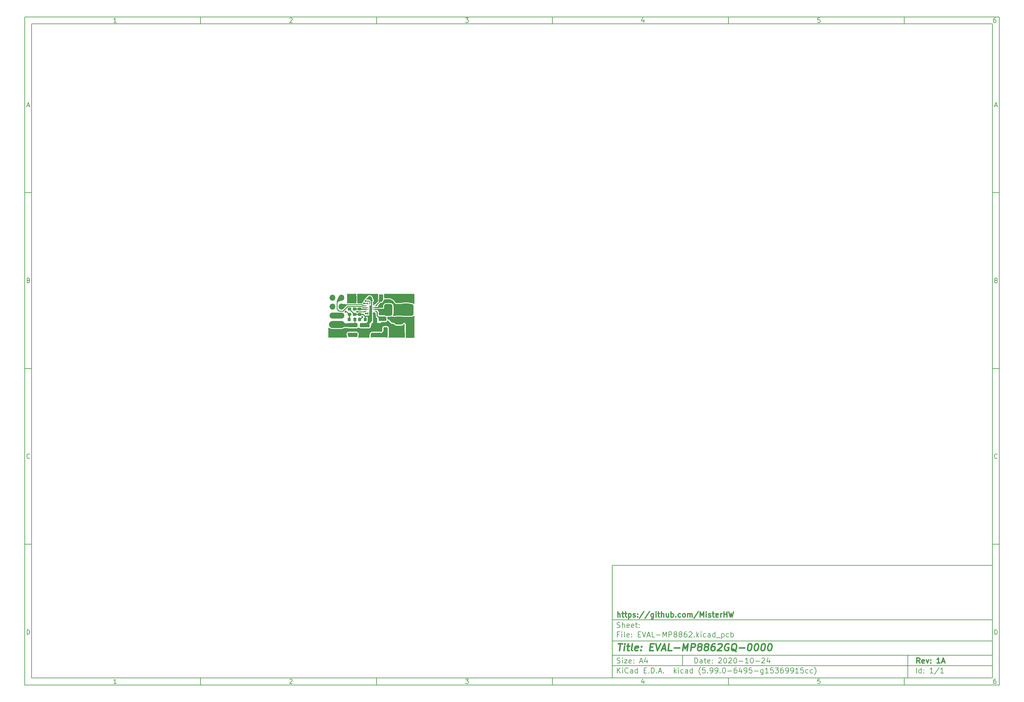
<source format=gbr>
G04 #@! TF.GenerationSoftware,KiCad,Pcbnew,(5.99.0-6495-g15369915cc)*
G04 #@! TF.CreationDate,2020-10-24T18:43:56+02:00*
G04 #@! TF.ProjectId,EVAL-MP8862,4556414c-2d4d-4503-9838-36322e6b6963,1A*
G04 #@! TF.SameCoordinates,Original*
G04 #@! TF.FileFunction,Copper,L1,Top*
G04 #@! TF.FilePolarity,Positive*
%FSLAX46Y46*%
G04 Gerber Fmt 4.6, Leading zero omitted, Abs format (unit mm)*
G04 Created by KiCad (PCBNEW (5.99.0-6495-g15369915cc)) date 2020-10-24 18:43:56*
%MOMM*%
%LPD*%
G01*
G04 APERTURE LIST*
G04 Aperture macros list*
%AMRoundRect*
0 Rectangle with rounded corners*
0 $1 Rounding radius*
0 $2 $3 $4 $5 $6 $7 $8 $9 X,Y pos of 4 corners*
0 Add a 4 corners polygon primitive as box body*
4,1,4,$2,$3,$4,$5,$6,$7,$8,$9,$2,$3,0*
0 Add four circle primitives for the rounded corners*
1,1,$1+$1,$2,$3,0*
1,1,$1+$1,$4,$5,0*
1,1,$1+$1,$6,$7,0*
1,1,$1+$1,$8,$9,0*
0 Add four rect primitives between the rounded corners*
20,1,$1+$1,$2,$3,$4,$5,0*
20,1,$1+$1,$4,$5,$6,$7,0*
20,1,$1+$1,$6,$7,$8,$9,0*
20,1,$1+$1,$8,$9,$2,$3,0*%
G04 Aperture macros list end*
%ADD10C,0.100000*%
%ADD11C,0.150000*%
%ADD12C,0.300000*%
%ADD13C,0.400000*%
G04 #@! TA.AperFunction,SMDPad,CuDef*
%ADD14RoundRect,0.218750X-0.256250X0.218750X-0.256250X-0.218750X0.256250X-0.218750X0.256250X0.218750X0*%
G04 #@! TD*
G04 #@! TA.AperFunction,SMDPad,CuDef*
%ADD15RoundRect,0.250000X-1.075000X0.375000X-1.075000X-0.375000X1.075000X-0.375000X1.075000X0.375000X0*%
G04 #@! TD*
G04 #@! TA.AperFunction,SMDPad,CuDef*
%ADD16RoundRect,0.218750X0.218750X0.256250X-0.218750X0.256250X-0.218750X-0.256250X0.218750X-0.256250X0*%
G04 #@! TD*
G04 #@! TA.AperFunction,SMDPad,CuDef*
%ADD17RoundRect,0.250000X1.075000X-0.375000X1.075000X0.375000X-1.075000X0.375000X-1.075000X-0.375000X0*%
G04 #@! TD*
G04 #@! TA.AperFunction,SMDPad,CuDef*
%ADD18RoundRect,0.250000X0.375000X1.075000X-0.375000X1.075000X-0.375000X-1.075000X0.375000X-1.075000X0*%
G04 #@! TD*
G04 #@! TA.AperFunction,SMDPad,CuDef*
%ADD19RoundRect,0.250000X-0.375000X-1.075000X0.375000X-1.075000X0.375000X1.075000X-0.375000X1.075000X0*%
G04 #@! TD*
G04 #@! TA.AperFunction,SMDPad,CuDef*
%ADD20RoundRect,0.218750X0.256250X-0.218750X0.256250X0.218750X-0.256250X0.218750X-0.256250X-0.218750X0*%
G04 #@! TD*
G04 #@! TA.AperFunction,SMDPad,CuDef*
%ADD21R,0.250000X0.800000*%
G04 #@! TD*
G04 #@! TA.AperFunction,SMDPad,CuDef*
%ADD22R,0.250000X0.700000*%
G04 #@! TD*
G04 #@! TA.AperFunction,SMDPad,CuDef*
%ADD23R,0.700000X0.250000*%
G04 #@! TD*
G04 #@! TA.AperFunction,SMDPad,CuDef*
%ADD24R,1.200000X0.250000*%
G04 #@! TD*
G04 #@! TA.AperFunction,SMDPad,CuDef*
%ADD25RoundRect,0.600000X0.600000X1.100000X-0.600000X1.100000X-0.600000X-1.100000X0.600000X-1.100000X0*%
G04 #@! TD*
G04 #@! TA.AperFunction,SMDPad,CuDef*
%ADD26RoundRect,0.571250X0.623750X-0.571250X0.623750X0.571250X-0.623750X0.571250X-0.623750X-0.571250X0*%
G04 #@! TD*
G04 #@! TA.AperFunction,SMDPad,CuDef*
%ADD27RoundRect,0.548400X0.646600X-0.594100X0.646600X0.594100X-0.646600X0.594100X-0.646600X-0.594100X0*%
G04 #@! TD*
G04 #@! TA.AperFunction,ComponentPad*
%ADD28R,1.700000X1.700000*%
G04 #@! TD*
G04 #@! TA.AperFunction,ComponentPad*
%ADD29O,1.700000X1.700000*%
G04 #@! TD*
G04 #@! TA.AperFunction,ViaPad*
%ADD30C,0.700000*%
G04 #@! TD*
G04 #@! TA.AperFunction,ViaPad*
%ADD31C,0.800000*%
G04 #@! TD*
G04 #@! TA.AperFunction,ViaPad*
%ADD32C,0.600000*%
G04 #@! TD*
G04 #@! TA.AperFunction,Conductor*
%ADD33C,0.600000*%
G04 #@! TD*
G04 #@! TA.AperFunction,Conductor*
%ADD34C,0.300000*%
G04 #@! TD*
G04 #@! TA.AperFunction,Conductor*
%ADD35C,0.800000*%
G04 #@! TD*
G04 #@! TA.AperFunction,Conductor*
%ADD36C,0.250000*%
G04 #@! TD*
G04 #@! TA.AperFunction,Conductor*
%ADD37C,1.700000*%
G04 #@! TD*
G04 #@! TA.AperFunction,Conductor*
%ADD38C,1.000000*%
G04 #@! TD*
G04 #@! TA.AperFunction,Conductor*
%ADD39C,2.000000*%
G04 #@! TD*
G04 APERTURE END LIST*
D10*
D11*
X177002200Y-166007200D02*
X177002200Y-198007200D01*
X285002200Y-198007200D01*
X285002200Y-166007200D01*
X177002200Y-166007200D01*
D10*
D11*
X10000000Y-10000000D02*
X10000000Y-200007200D01*
X287002200Y-200007200D01*
X287002200Y-10000000D01*
X10000000Y-10000000D01*
D10*
D11*
X12000000Y-12000000D02*
X12000000Y-198007200D01*
X285002200Y-198007200D01*
X285002200Y-12000000D01*
X12000000Y-12000000D01*
D10*
D11*
X60000000Y-12000000D02*
X60000000Y-10000000D01*
D10*
D11*
X110000000Y-12000000D02*
X110000000Y-10000000D01*
D10*
D11*
X160000000Y-12000000D02*
X160000000Y-10000000D01*
D10*
D11*
X210000000Y-12000000D02*
X210000000Y-10000000D01*
D10*
D11*
X260000000Y-12000000D02*
X260000000Y-10000000D01*
D10*
D11*
X36065476Y-11588095D02*
X35322619Y-11588095D01*
X35694047Y-11588095D02*
X35694047Y-10288095D01*
X35570238Y-10473809D01*
X35446428Y-10597619D01*
X35322619Y-10659523D01*
D10*
D11*
X85322619Y-10411904D02*
X85384523Y-10350000D01*
X85508333Y-10288095D01*
X85817857Y-10288095D01*
X85941666Y-10350000D01*
X86003571Y-10411904D01*
X86065476Y-10535714D01*
X86065476Y-10659523D01*
X86003571Y-10845238D01*
X85260714Y-11588095D01*
X86065476Y-11588095D01*
D10*
D11*
X135260714Y-10288095D02*
X136065476Y-10288095D01*
X135632142Y-10783333D01*
X135817857Y-10783333D01*
X135941666Y-10845238D01*
X136003571Y-10907142D01*
X136065476Y-11030952D01*
X136065476Y-11340476D01*
X136003571Y-11464285D01*
X135941666Y-11526190D01*
X135817857Y-11588095D01*
X135446428Y-11588095D01*
X135322619Y-11526190D01*
X135260714Y-11464285D01*
D10*
D11*
X185941666Y-10721428D02*
X185941666Y-11588095D01*
X185632142Y-10226190D02*
X185322619Y-11154761D01*
X186127380Y-11154761D01*
D10*
D11*
X236003571Y-10288095D02*
X235384523Y-10288095D01*
X235322619Y-10907142D01*
X235384523Y-10845238D01*
X235508333Y-10783333D01*
X235817857Y-10783333D01*
X235941666Y-10845238D01*
X236003571Y-10907142D01*
X236065476Y-11030952D01*
X236065476Y-11340476D01*
X236003571Y-11464285D01*
X235941666Y-11526190D01*
X235817857Y-11588095D01*
X235508333Y-11588095D01*
X235384523Y-11526190D01*
X235322619Y-11464285D01*
D10*
D11*
X285941666Y-10288095D02*
X285694047Y-10288095D01*
X285570238Y-10350000D01*
X285508333Y-10411904D01*
X285384523Y-10597619D01*
X285322619Y-10845238D01*
X285322619Y-11340476D01*
X285384523Y-11464285D01*
X285446428Y-11526190D01*
X285570238Y-11588095D01*
X285817857Y-11588095D01*
X285941666Y-11526190D01*
X286003571Y-11464285D01*
X286065476Y-11340476D01*
X286065476Y-11030952D01*
X286003571Y-10907142D01*
X285941666Y-10845238D01*
X285817857Y-10783333D01*
X285570238Y-10783333D01*
X285446428Y-10845238D01*
X285384523Y-10907142D01*
X285322619Y-11030952D01*
D10*
D11*
X60000000Y-198007200D02*
X60000000Y-200007200D01*
D10*
D11*
X110000000Y-198007200D02*
X110000000Y-200007200D01*
D10*
D11*
X160000000Y-198007200D02*
X160000000Y-200007200D01*
D10*
D11*
X210000000Y-198007200D02*
X210000000Y-200007200D01*
D10*
D11*
X260000000Y-198007200D02*
X260000000Y-200007200D01*
D10*
D11*
X36065476Y-199595295D02*
X35322619Y-199595295D01*
X35694047Y-199595295D02*
X35694047Y-198295295D01*
X35570238Y-198481009D01*
X35446428Y-198604819D01*
X35322619Y-198666723D01*
D10*
D11*
X85322619Y-198419104D02*
X85384523Y-198357200D01*
X85508333Y-198295295D01*
X85817857Y-198295295D01*
X85941666Y-198357200D01*
X86003571Y-198419104D01*
X86065476Y-198542914D01*
X86065476Y-198666723D01*
X86003571Y-198852438D01*
X85260714Y-199595295D01*
X86065476Y-199595295D01*
D10*
D11*
X135260714Y-198295295D02*
X136065476Y-198295295D01*
X135632142Y-198790533D01*
X135817857Y-198790533D01*
X135941666Y-198852438D01*
X136003571Y-198914342D01*
X136065476Y-199038152D01*
X136065476Y-199347676D01*
X136003571Y-199471485D01*
X135941666Y-199533390D01*
X135817857Y-199595295D01*
X135446428Y-199595295D01*
X135322619Y-199533390D01*
X135260714Y-199471485D01*
D10*
D11*
X185941666Y-198728628D02*
X185941666Y-199595295D01*
X185632142Y-198233390D02*
X185322619Y-199161961D01*
X186127380Y-199161961D01*
D10*
D11*
X236003571Y-198295295D02*
X235384523Y-198295295D01*
X235322619Y-198914342D01*
X235384523Y-198852438D01*
X235508333Y-198790533D01*
X235817857Y-198790533D01*
X235941666Y-198852438D01*
X236003571Y-198914342D01*
X236065476Y-199038152D01*
X236065476Y-199347676D01*
X236003571Y-199471485D01*
X235941666Y-199533390D01*
X235817857Y-199595295D01*
X235508333Y-199595295D01*
X235384523Y-199533390D01*
X235322619Y-199471485D01*
D10*
D11*
X285941666Y-198295295D02*
X285694047Y-198295295D01*
X285570238Y-198357200D01*
X285508333Y-198419104D01*
X285384523Y-198604819D01*
X285322619Y-198852438D01*
X285322619Y-199347676D01*
X285384523Y-199471485D01*
X285446428Y-199533390D01*
X285570238Y-199595295D01*
X285817857Y-199595295D01*
X285941666Y-199533390D01*
X286003571Y-199471485D01*
X286065476Y-199347676D01*
X286065476Y-199038152D01*
X286003571Y-198914342D01*
X285941666Y-198852438D01*
X285817857Y-198790533D01*
X285570238Y-198790533D01*
X285446428Y-198852438D01*
X285384523Y-198914342D01*
X285322619Y-199038152D01*
D10*
D11*
X10000000Y-60000000D02*
X12000000Y-60000000D01*
D10*
D11*
X10000000Y-110000000D02*
X12000000Y-110000000D01*
D10*
D11*
X10000000Y-160000000D02*
X12000000Y-160000000D01*
D10*
D11*
X10690476Y-35216666D02*
X11309523Y-35216666D01*
X10566666Y-35588095D02*
X11000000Y-34288095D01*
X11433333Y-35588095D01*
D10*
D11*
X11092857Y-84907142D02*
X11278571Y-84969047D01*
X11340476Y-85030952D01*
X11402380Y-85154761D01*
X11402380Y-85340476D01*
X11340476Y-85464285D01*
X11278571Y-85526190D01*
X11154761Y-85588095D01*
X10659523Y-85588095D01*
X10659523Y-84288095D01*
X11092857Y-84288095D01*
X11216666Y-84350000D01*
X11278571Y-84411904D01*
X11340476Y-84535714D01*
X11340476Y-84659523D01*
X11278571Y-84783333D01*
X11216666Y-84845238D01*
X11092857Y-84907142D01*
X10659523Y-84907142D01*
D10*
D11*
X11402380Y-135464285D02*
X11340476Y-135526190D01*
X11154761Y-135588095D01*
X11030952Y-135588095D01*
X10845238Y-135526190D01*
X10721428Y-135402380D01*
X10659523Y-135278571D01*
X10597619Y-135030952D01*
X10597619Y-134845238D01*
X10659523Y-134597619D01*
X10721428Y-134473809D01*
X10845238Y-134350000D01*
X11030952Y-134288095D01*
X11154761Y-134288095D01*
X11340476Y-134350000D01*
X11402380Y-134411904D01*
D10*
D11*
X10659523Y-185588095D02*
X10659523Y-184288095D01*
X10969047Y-184288095D01*
X11154761Y-184350000D01*
X11278571Y-184473809D01*
X11340476Y-184597619D01*
X11402380Y-184845238D01*
X11402380Y-185030952D01*
X11340476Y-185278571D01*
X11278571Y-185402380D01*
X11154761Y-185526190D01*
X10969047Y-185588095D01*
X10659523Y-185588095D01*
D10*
D11*
X287002200Y-60000000D02*
X285002200Y-60000000D01*
D10*
D11*
X287002200Y-110000000D02*
X285002200Y-110000000D01*
D10*
D11*
X287002200Y-160000000D02*
X285002200Y-160000000D01*
D10*
D11*
X285692676Y-35216666D02*
X286311723Y-35216666D01*
X285568866Y-35588095D02*
X286002200Y-34288095D01*
X286435533Y-35588095D01*
D10*
D11*
X286095057Y-84907142D02*
X286280771Y-84969047D01*
X286342676Y-85030952D01*
X286404580Y-85154761D01*
X286404580Y-85340476D01*
X286342676Y-85464285D01*
X286280771Y-85526190D01*
X286156961Y-85588095D01*
X285661723Y-85588095D01*
X285661723Y-84288095D01*
X286095057Y-84288095D01*
X286218866Y-84350000D01*
X286280771Y-84411904D01*
X286342676Y-84535714D01*
X286342676Y-84659523D01*
X286280771Y-84783333D01*
X286218866Y-84845238D01*
X286095057Y-84907142D01*
X285661723Y-84907142D01*
D10*
D11*
X286404580Y-135464285D02*
X286342676Y-135526190D01*
X286156961Y-135588095D01*
X286033152Y-135588095D01*
X285847438Y-135526190D01*
X285723628Y-135402380D01*
X285661723Y-135278571D01*
X285599819Y-135030952D01*
X285599819Y-134845238D01*
X285661723Y-134597619D01*
X285723628Y-134473809D01*
X285847438Y-134350000D01*
X286033152Y-134288095D01*
X286156961Y-134288095D01*
X286342676Y-134350000D01*
X286404580Y-134411904D01*
D10*
D11*
X285661723Y-185588095D02*
X285661723Y-184288095D01*
X285971247Y-184288095D01*
X286156961Y-184350000D01*
X286280771Y-184473809D01*
X286342676Y-184597619D01*
X286404580Y-184845238D01*
X286404580Y-185030952D01*
X286342676Y-185278571D01*
X286280771Y-185402380D01*
X286156961Y-185526190D01*
X285971247Y-185588095D01*
X285661723Y-185588095D01*
D10*
D11*
X200434342Y-193785771D02*
X200434342Y-192285771D01*
X200791485Y-192285771D01*
X201005771Y-192357200D01*
X201148628Y-192500057D01*
X201220057Y-192642914D01*
X201291485Y-192928628D01*
X201291485Y-193142914D01*
X201220057Y-193428628D01*
X201148628Y-193571485D01*
X201005771Y-193714342D01*
X200791485Y-193785771D01*
X200434342Y-193785771D01*
X202577200Y-193785771D02*
X202577200Y-193000057D01*
X202505771Y-192857200D01*
X202362914Y-192785771D01*
X202077200Y-192785771D01*
X201934342Y-192857200D01*
X202577200Y-193714342D02*
X202434342Y-193785771D01*
X202077200Y-193785771D01*
X201934342Y-193714342D01*
X201862914Y-193571485D01*
X201862914Y-193428628D01*
X201934342Y-193285771D01*
X202077200Y-193214342D01*
X202434342Y-193214342D01*
X202577200Y-193142914D01*
X203077200Y-192785771D02*
X203648628Y-192785771D01*
X203291485Y-192285771D02*
X203291485Y-193571485D01*
X203362914Y-193714342D01*
X203505771Y-193785771D01*
X203648628Y-193785771D01*
X204720057Y-193714342D02*
X204577200Y-193785771D01*
X204291485Y-193785771D01*
X204148628Y-193714342D01*
X204077200Y-193571485D01*
X204077200Y-193000057D01*
X204148628Y-192857200D01*
X204291485Y-192785771D01*
X204577200Y-192785771D01*
X204720057Y-192857200D01*
X204791485Y-193000057D01*
X204791485Y-193142914D01*
X204077200Y-193285771D01*
X205434342Y-193642914D02*
X205505771Y-193714342D01*
X205434342Y-193785771D01*
X205362914Y-193714342D01*
X205434342Y-193642914D01*
X205434342Y-193785771D01*
X205434342Y-192857200D02*
X205505771Y-192928628D01*
X205434342Y-193000057D01*
X205362914Y-192928628D01*
X205434342Y-192857200D01*
X205434342Y-193000057D01*
X207220057Y-192428628D02*
X207291485Y-192357200D01*
X207434342Y-192285771D01*
X207791485Y-192285771D01*
X207934342Y-192357200D01*
X208005771Y-192428628D01*
X208077200Y-192571485D01*
X208077200Y-192714342D01*
X208005771Y-192928628D01*
X207148628Y-193785771D01*
X208077200Y-193785771D01*
X209005771Y-192285771D02*
X209148628Y-192285771D01*
X209291485Y-192357200D01*
X209362914Y-192428628D01*
X209434342Y-192571485D01*
X209505771Y-192857200D01*
X209505771Y-193214342D01*
X209434342Y-193500057D01*
X209362914Y-193642914D01*
X209291485Y-193714342D01*
X209148628Y-193785771D01*
X209005771Y-193785771D01*
X208862914Y-193714342D01*
X208791485Y-193642914D01*
X208720057Y-193500057D01*
X208648628Y-193214342D01*
X208648628Y-192857200D01*
X208720057Y-192571485D01*
X208791485Y-192428628D01*
X208862914Y-192357200D01*
X209005771Y-192285771D01*
X210077200Y-192428628D02*
X210148628Y-192357200D01*
X210291485Y-192285771D01*
X210648628Y-192285771D01*
X210791485Y-192357200D01*
X210862914Y-192428628D01*
X210934342Y-192571485D01*
X210934342Y-192714342D01*
X210862914Y-192928628D01*
X210005771Y-193785771D01*
X210934342Y-193785771D01*
X211862914Y-192285771D02*
X212005771Y-192285771D01*
X212148628Y-192357200D01*
X212220057Y-192428628D01*
X212291485Y-192571485D01*
X212362914Y-192857200D01*
X212362914Y-193214342D01*
X212291485Y-193500057D01*
X212220057Y-193642914D01*
X212148628Y-193714342D01*
X212005771Y-193785771D01*
X211862914Y-193785771D01*
X211720057Y-193714342D01*
X211648628Y-193642914D01*
X211577200Y-193500057D01*
X211505771Y-193214342D01*
X211505771Y-192857200D01*
X211577200Y-192571485D01*
X211648628Y-192428628D01*
X211720057Y-192357200D01*
X211862914Y-192285771D01*
X213005771Y-193214342D02*
X214148628Y-193214342D01*
X215648628Y-193785771D02*
X214791485Y-193785771D01*
X215220057Y-193785771D02*
X215220057Y-192285771D01*
X215077200Y-192500057D01*
X214934342Y-192642914D01*
X214791485Y-192714342D01*
X216577200Y-192285771D02*
X216720057Y-192285771D01*
X216862914Y-192357200D01*
X216934342Y-192428628D01*
X217005771Y-192571485D01*
X217077200Y-192857200D01*
X217077200Y-193214342D01*
X217005771Y-193500057D01*
X216934342Y-193642914D01*
X216862914Y-193714342D01*
X216720057Y-193785771D01*
X216577200Y-193785771D01*
X216434342Y-193714342D01*
X216362914Y-193642914D01*
X216291485Y-193500057D01*
X216220057Y-193214342D01*
X216220057Y-192857200D01*
X216291485Y-192571485D01*
X216362914Y-192428628D01*
X216434342Y-192357200D01*
X216577200Y-192285771D01*
X217720057Y-193214342D02*
X218862914Y-193214342D01*
X219505771Y-192428628D02*
X219577200Y-192357200D01*
X219720057Y-192285771D01*
X220077200Y-192285771D01*
X220220057Y-192357200D01*
X220291485Y-192428628D01*
X220362914Y-192571485D01*
X220362914Y-192714342D01*
X220291485Y-192928628D01*
X219434342Y-193785771D01*
X220362914Y-193785771D01*
X221648628Y-192785771D02*
X221648628Y-193785771D01*
X221291485Y-192214342D02*
X220934342Y-193285771D01*
X221862914Y-193285771D01*
D10*
D11*
X177002200Y-194507200D02*
X285002200Y-194507200D01*
D10*
D11*
X178434342Y-196585771D02*
X178434342Y-195085771D01*
X179291485Y-196585771D02*
X178648628Y-195728628D01*
X179291485Y-195085771D02*
X178434342Y-195942914D01*
X179934342Y-196585771D02*
X179934342Y-195585771D01*
X179934342Y-195085771D02*
X179862914Y-195157200D01*
X179934342Y-195228628D01*
X180005771Y-195157200D01*
X179934342Y-195085771D01*
X179934342Y-195228628D01*
X181505771Y-196442914D02*
X181434342Y-196514342D01*
X181220057Y-196585771D01*
X181077200Y-196585771D01*
X180862914Y-196514342D01*
X180720057Y-196371485D01*
X180648628Y-196228628D01*
X180577200Y-195942914D01*
X180577200Y-195728628D01*
X180648628Y-195442914D01*
X180720057Y-195300057D01*
X180862914Y-195157200D01*
X181077200Y-195085771D01*
X181220057Y-195085771D01*
X181434342Y-195157200D01*
X181505771Y-195228628D01*
X182791485Y-196585771D02*
X182791485Y-195800057D01*
X182720057Y-195657200D01*
X182577200Y-195585771D01*
X182291485Y-195585771D01*
X182148628Y-195657200D01*
X182791485Y-196514342D02*
X182648628Y-196585771D01*
X182291485Y-196585771D01*
X182148628Y-196514342D01*
X182077200Y-196371485D01*
X182077200Y-196228628D01*
X182148628Y-196085771D01*
X182291485Y-196014342D01*
X182648628Y-196014342D01*
X182791485Y-195942914D01*
X184148628Y-196585771D02*
X184148628Y-195085771D01*
X184148628Y-196514342D02*
X184005771Y-196585771D01*
X183720057Y-196585771D01*
X183577200Y-196514342D01*
X183505771Y-196442914D01*
X183434342Y-196300057D01*
X183434342Y-195871485D01*
X183505771Y-195728628D01*
X183577200Y-195657200D01*
X183720057Y-195585771D01*
X184005771Y-195585771D01*
X184148628Y-195657200D01*
X186005771Y-195800057D02*
X186505771Y-195800057D01*
X186720057Y-196585771D02*
X186005771Y-196585771D01*
X186005771Y-195085771D01*
X186720057Y-195085771D01*
X187362914Y-196442914D02*
X187434342Y-196514342D01*
X187362914Y-196585771D01*
X187291485Y-196514342D01*
X187362914Y-196442914D01*
X187362914Y-196585771D01*
X188077200Y-196585771D02*
X188077200Y-195085771D01*
X188434342Y-195085771D01*
X188648628Y-195157200D01*
X188791485Y-195300057D01*
X188862914Y-195442914D01*
X188934342Y-195728628D01*
X188934342Y-195942914D01*
X188862914Y-196228628D01*
X188791485Y-196371485D01*
X188648628Y-196514342D01*
X188434342Y-196585771D01*
X188077200Y-196585771D01*
X189577200Y-196442914D02*
X189648628Y-196514342D01*
X189577200Y-196585771D01*
X189505771Y-196514342D01*
X189577200Y-196442914D01*
X189577200Y-196585771D01*
X190220057Y-196157200D02*
X190934342Y-196157200D01*
X190077200Y-196585771D02*
X190577200Y-195085771D01*
X191077200Y-196585771D01*
X191577200Y-196442914D02*
X191648628Y-196514342D01*
X191577200Y-196585771D01*
X191505771Y-196514342D01*
X191577200Y-196442914D01*
X191577200Y-196585771D01*
X194577200Y-196585771D02*
X194577200Y-195085771D01*
X194720057Y-196014342D02*
X195148628Y-196585771D01*
X195148628Y-195585771D02*
X194577200Y-196157200D01*
X195791485Y-196585771D02*
X195791485Y-195585771D01*
X195791485Y-195085771D02*
X195720057Y-195157200D01*
X195791485Y-195228628D01*
X195862914Y-195157200D01*
X195791485Y-195085771D01*
X195791485Y-195228628D01*
X197148628Y-196514342D02*
X197005771Y-196585771D01*
X196720057Y-196585771D01*
X196577200Y-196514342D01*
X196505771Y-196442914D01*
X196434342Y-196300057D01*
X196434342Y-195871485D01*
X196505771Y-195728628D01*
X196577200Y-195657200D01*
X196720057Y-195585771D01*
X197005771Y-195585771D01*
X197148628Y-195657200D01*
X198434342Y-196585771D02*
X198434342Y-195800057D01*
X198362914Y-195657200D01*
X198220057Y-195585771D01*
X197934342Y-195585771D01*
X197791485Y-195657200D01*
X198434342Y-196514342D02*
X198291485Y-196585771D01*
X197934342Y-196585771D01*
X197791485Y-196514342D01*
X197720057Y-196371485D01*
X197720057Y-196228628D01*
X197791485Y-196085771D01*
X197934342Y-196014342D01*
X198291485Y-196014342D01*
X198434342Y-195942914D01*
X199791485Y-196585771D02*
X199791485Y-195085771D01*
X199791485Y-196514342D02*
X199648628Y-196585771D01*
X199362914Y-196585771D01*
X199220057Y-196514342D01*
X199148628Y-196442914D01*
X199077200Y-196300057D01*
X199077200Y-195871485D01*
X199148628Y-195728628D01*
X199220057Y-195657200D01*
X199362914Y-195585771D01*
X199648628Y-195585771D01*
X199791485Y-195657200D01*
X202077200Y-197157200D02*
X202005771Y-197085771D01*
X201862914Y-196871485D01*
X201791485Y-196728628D01*
X201720057Y-196514342D01*
X201648628Y-196157200D01*
X201648628Y-195871485D01*
X201720057Y-195514342D01*
X201791485Y-195300057D01*
X201862914Y-195157200D01*
X202005771Y-194942914D01*
X202077200Y-194871485D01*
X203362914Y-195085771D02*
X202648628Y-195085771D01*
X202577200Y-195800057D01*
X202648628Y-195728628D01*
X202791485Y-195657200D01*
X203148628Y-195657200D01*
X203291485Y-195728628D01*
X203362914Y-195800057D01*
X203434342Y-195942914D01*
X203434342Y-196300057D01*
X203362914Y-196442914D01*
X203291485Y-196514342D01*
X203148628Y-196585771D01*
X202791485Y-196585771D01*
X202648628Y-196514342D01*
X202577200Y-196442914D01*
X204077200Y-196442914D02*
X204148628Y-196514342D01*
X204077200Y-196585771D01*
X204005771Y-196514342D01*
X204077200Y-196442914D01*
X204077200Y-196585771D01*
X204862914Y-196585771D02*
X205148628Y-196585771D01*
X205291485Y-196514342D01*
X205362914Y-196442914D01*
X205505771Y-196228628D01*
X205577200Y-195942914D01*
X205577200Y-195371485D01*
X205505771Y-195228628D01*
X205434342Y-195157200D01*
X205291485Y-195085771D01*
X205005771Y-195085771D01*
X204862914Y-195157200D01*
X204791485Y-195228628D01*
X204720057Y-195371485D01*
X204720057Y-195728628D01*
X204791485Y-195871485D01*
X204862914Y-195942914D01*
X205005771Y-196014342D01*
X205291485Y-196014342D01*
X205434342Y-195942914D01*
X205505771Y-195871485D01*
X205577200Y-195728628D01*
X206291485Y-196585771D02*
X206577200Y-196585771D01*
X206720057Y-196514342D01*
X206791485Y-196442914D01*
X206934342Y-196228628D01*
X207005771Y-195942914D01*
X207005771Y-195371485D01*
X206934342Y-195228628D01*
X206862914Y-195157200D01*
X206720057Y-195085771D01*
X206434342Y-195085771D01*
X206291485Y-195157200D01*
X206220057Y-195228628D01*
X206148628Y-195371485D01*
X206148628Y-195728628D01*
X206220057Y-195871485D01*
X206291485Y-195942914D01*
X206434342Y-196014342D01*
X206720057Y-196014342D01*
X206862914Y-195942914D01*
X206934342Y-195871485D01*
X207005771Y-195728628D01*
X207648628Y-196442914D02*
X207720057Y-196514342D01*
X207648628Y-196585771D01*
X207577200Y-196514342D01*
X207648628Y-196442914D01*
X207648628Y-196585771D01*
X208648628Y-195085771D02*
X208791485Y-195085771D01*
X208934342Y-195157200D01*
X209005771Y-195228628D01*
X209077200Y-195371485D01*
X209148628Y-195657200D01*
X209148628Y-196014342D01*
X209077200Y-196300057D01*
X209005771Y-196442914D01*
X208934342Y-196514342D01*
X208791485Y-196585771D01*
X208648628Y-196585771D01*
X208505771Y-196514342D01*
X208434342Y-196442914D01*
X208362914Y-196300057D01*
X208291485Y-196014342D01*
X208291485Y-195657200D01*
X208362914Y-195371485D01*
X208434342Y-195228628D01*
X208505771Y-195157200D01*
X208648628Y-195085771D01*
X209791485Y-196014342D02*
X210934342Y-196014342D01*
X212291485Y-195085771D02*
X212005771Y-195085771D01*
X211862914Y-195157200D01*
X211791485Y-195228628D01*
X211648628Y-195442914D01*
X211577200Y-195728628D01*
X211577200Y-196300057D01*
X211648628Y-196442914D01*
X211720057Y-196514342D01*
X211862914Y-196585771D01*
X212148628Y-196585771D01*
X212291485Y-196514342D01*
X212362914Y-196442914D01*
X212434342Y-196300057D01*
X212434342Y-195942914D01*
X212362914Y-195800057D01*
X212291485Y-195728628D01*
X212148628Y-195657200D01*
X211862914Y-195657200D01*
X211720057Y-195728628D01*
X211648628Y-195800057D01*
X211577200Y-195942914D01*
X213720057Y-195585771D02*
X213720057Y-196585771D01*
X213362914Y-195014342D02*
X213005771Y-196085771D01*
X213934342Y-196085771D01*
X214577200Y-196585771D02*
X214862914Y-196585771D01*
X215005771Y-196514342D01*
X215077200Y-196442914D01*
X215220057Y-196228628D01*
X215291485Y-195942914D01*
X215291485Y-195371485D01*
X215220057Y-195228628D01*
X215148628Y-195157200D01*
X215005771Y-195085771D01*
X214720057Y-195085771D01*
X214577200Y-195157200D01*
X214505771Y-195228628D01*
X214434342Y-195371485D01*
X214434342Y-195728628D01*
X214505771Y-195871485D01*
X214577200Y-195942914D01*
X214720057Y-196014342D01*
X215005771Y-196014342D01*
X215148628Y-195942914D01*
X215220057Y-195871485D01*
X215291485Y-195728628D01*
X216648628Y-195085771D02*
X215934342Y-195085771D01*
X215862914Y-195800057D01*
X215934342Y-195728628D01*
X216077200Y-195657200D01*
X216434342Y-195657200D01*
X216577200Y-195728628D01*
X216648628Y-195800057D01*
X216720057Y-195942914D01*
X216720057Y-196300057D01*
X216648628Y-196442914D01*
X216577200Y-196514342D01*
X216434342Y-196585771D01*
X216077200Y-196585771D01*
X215934342Y-196514342D01*
X215862914Y-196442914D01*
X217362914Y-196014342D02*
X218505771Y-196014342D01*
X219862914Y-195585771D02*
X219862914Y-196800057D01*
X219791485Y-196942914D01*
X219720057Y-197014342D01*
X219577200Y-197085771D01*
X219362914Y-197085771D01*
X219220057Y-197014342D01*
X219862914Y-196514342D02*
X219720057Y-196585771D01*
X219434342Y-196585771D01*
X219291485Y-196514342D01*
X219220057Y-196442914D01*
X219148628Y-196300057D01*
X219148628Y-195871485D01*
X219220057Y-195728628D01*
X219291485Y-195657200D01*
X219434342Y-195585771D01*
X219720057Y-195585771D01*
X219862914Y-195657200D01*
X221362914Y-196585771D02*
X220505771Y-196585771D01*
X220934342Y-196585771D02*
X220934342Y-195085771D01*
X220791485Y-195300057D01*
X220648628Y-195442914D01*
X220505771Y-195514342D01*
X222720057Y-195085771D02*
X222005771Y-195085771D01*
X221934342Y-195800057D01*
X222005771Y-195728628D01*
X222148628Y-195657200D01*
X222505771Y-195657200D01*
X222648628Y-195728628D01*
X222720057Y-195800057D01*
X222791485Y-195942914D01*
X222791485Y-196300057D01*
X222720057Y-196442914D01*
X222648628Y-196514342D01*
X222505771Y-196585771D01*
X222148628Y-196585771D01*
X222005771Y-196514342D01*
X221934342Y-196442914D01*
X223291485Y-195085771D02*
X224220057Y-195085771D01*
X223720057Y-195657200D01*
X223934342Y-195657200D01*
X224077200Y-195728628D01*
X224148628Y-195800057D01*
X224220057Y-195942914D01*
X224220057Y-196300057D01*
X224148628Y-196442914D01*
X224077200Y-196514342D01*
X223934342Y-196585771D01*
X223505771Y-196585771D01*
X223362914Y-196514342D01*
X223291485Y-196442914D01*
X225505771Y-195085771D02*
X225220057Y-195085771D01*
X225077200Y-195157200D01*
X225005771Y-195228628D01*
X224862914Y-195442914D01*
X224791485Y-195728628D01*
X224791485Y-196300057D01*
X224862914Y-196442914D01*
X224934342Y-196514342D01*
X225077200Y-196585771D01*
X225362914Y-196585771D01*
X225505771Y-196514342D01*
X225577200Y-196442914D01*
X225648628Y-196300057D01*
X225648628Y-195942914D01*
X225577200Y-195800057D01*
X225505771Y-195728628D01*
X225362914Y-195657200D01*
X225077200Y-195657200D01*
X224934342Y-195728628D01*
X224862914Y-195800057D01*
X224791485Y-195942914D01*
X226362914Y-196585771D02*
X226648628Y-196585771D01*
X226791485Y-196514342D01*
X226862914Y-196442914D01*
X227005771Y-196228628D01*
X227077199Y-195942914D01*
X227077199Y-195371485D01*
X227005771Y-195228628D01*
X226934342Y-195157200D01*
X226791485Y-195085771D01*
X226505771Y-195085771D01*
X226362914Y-195157200D01*
X226291485Y-195228628D01*
X226220057Y-195371485D01*
X226220057Y-195728628D01*
X226291485Y-195871485D01*
X226362914Y-195942914D01*
X226505771Y-196014342D01*
X226791485Y-196014342D01*
X226934342Y-195942914D01*
X227005771Y-195871485D01*
X227077199Y-195728628D01*
X227791485Y-196585771D02*
X228077199Y-196585771D01*
X228220057Y-196514342D01*
X228291485Y-196442914D01*
X228434342Y-196228628D01*
X228505771Y-195942914D01*
X228505771Y-195371485D01*
X228434342Y-195228628D01*
X228362914Y-195157200D01*
X228220057Y-195085771D01*
X227934342Y-195085771D01*
X227791485Y-195157200D01*
X227720057Y-195228628D01*
X227648628Y-195371485D01*
X227648628Y-195728628D01*
X227720057Y-195871485D01*
X227791485Y-195942914D01*
X227934342Y-196014342D01*
X228220057Y-196014342D01*
X228362914Y-195942914D01*
X228434342Y-195871485D01*
X228505771Y-195728628D01*
X229934342Y-196585771D02*
X229077199Y-196585771D01*
X229505771Y-196585771D02*
X229505771Y-195085771D01*
X229362914Y-195300057D01*
X229220057Y-195442914D01*
X229077199Y-195514342D01*
X231291485Y-195085771D02*
X230577199Y-195085771D01*
X230505771Y-195800057D01*
X230577199Y-195728628D01*
X230720057Y-195657200D01*
X231077199Y-195657200D01*
X231220057Y-195728628D01*
X231291485Y-195800057D01*
X231362914Y-195942914D01*
X231362914Y-196300057D01*
X231291485Y-196442914D01*
X231220057Y-196514342D01*
X231077199Y-196585771D01*
X230720057Y-196585771D01*
X230577199Y-196514342D01*
X230505771Y-196442914D01*
X232648628Y-196514342D02*
X232505771Y-196585771D01*
X232220057Y-196585771D01*
X232077199Y-196514342D01*
X232005771Y-196442914D01*
X231934342Y-196300057D01*
X231934342Y-195871485D01*
X232005771Y-195728628D01*
X232077199Y-195657200D01*
X232220057Y-195585771D01*
X232505771Y-195585771D01*
X232648628Y-195657200D01*
X233934342Y-196514342D02*
X233791485Y-196585771D01*
X233505771Y-196585771D01*
X233362914Y-196514342D01*
X233291485Y-196442914D01*
X233220057Y-196300057D01*
X233220057Y-195871485D01*
X233291485Y-195728628D01*
X233362914Y-195657200D01*
X233505771Y-195585771D01*
X233791485Y-195585771D01*
X233934342Y-195657200D01*
X234434342Y-197157200D02*
X234505771Y-197085771D01*
X234648628Y-196871485D01*
X234720057Y-196728628D01*
X234791485Y-196514342D01*
X234862914Y-196157200D01*
X234862914Y-195871485D01*
X234791485Y-195514342D01*
X234720057Y-195300057D01*
X234648628Y-195157200D01*
X234505771Y-194942914D01*
X234434342Y-194871485D01*
D10*
D11*
X177002200Y-191507200D02*
X285002200Y-191507200D01*
D10*
D12*
X264411485Y-193785771D02*
X263911485Y-193071485D01*
X263554342Y-193785771D02*
X263554342Y-192285771D01*
X264125771Y-192285771D01*
X264268628Y-192357200D01*
X264340057Y-192428628D01*
X264411485Y-192571485D01*
X264411485Y-192785771D01*
X264340057Y-192928628D01*
X264268628Y-193000057D01*
X264125771Y-193071485D01*
X263554342Y-193071485D01*
X265625771Y-193714342D02*
X265482914Y-193785771D01*
X265197200Y-193785771D01*
X265054342Y-193714342D01*
X264982914Y-193571485D01*
X264982914Y-193000057D01*
X265054342Y-192857200D01*
X265197200Y-192785771D01*
X265482914Y-192785771D01*
X265625771Y-192857200D01*
X265697200Y-193000057D01*
X265697200Y-193142914D01*
X264982914Y-193285771D01*
X266197200Y-192785771D02*
X266554342Y-193785771D01*
X266911485Y-192785771D01*
X267482914Y-193642914D02*
X267554342Y-193714342D01*
X267482914Y-193785771D01*
X267411485Y-193714342D01*
X267482914Y-193642914D01*
X267482914Y-193785771D01*
X267482914Y-192857200D02*
X267554342Y-192928628D01*
X267482914Y-193000057D01*
X267411485Y-192928628D01*
X267482914Y-192857200D01*
X267482914Y-193000057D01*
X270125771Y-193785771D02*
X269268628Y-193785771D01*
X269697200Y-193785771D02*
X269697200Y-192285771D01*
X269554342Y-192500057D01*
X269411485Y-192642914D01*
X269268628Y-192714342D01*
X270697200Y-193357200D02*
X271411485Y-193357200D01*
X270554342Y-193785771D02*
X271054342Y-192285771D01*
X271554342Y-193785771D01*
D10*
D11*
X178362914Y-193714342D02*
X178577200Y-193785771D01*
X178934342Y-193785771D01*
X179077200Y-193714342D01*
X179148628Y-193642914D01*
X179220057Y-193500057D01*
X179220057Y-193357200D01*
X179148628Y-193214342D01*
X179077200Y-193142914D01*
X178934342Y-193071485D01*
X178648628Y-193000057D01*
X178505771Y-192928628D01*
X178434342Y-192857200D01*
X178362914Y-192714342D01*
X178362914Y-192571485D01*
X178434342Y-192428628D01*
X178505771Y-192357200D01*
X178648628Y-192285771D01*
X179005771Y-192285771D01*
X179220057Y-192357200D01*
X179862914Y-193785771D02*
X179862914Y-192785771D01*
X179862914Y-192285771D02*
X179791485Y-192357200D01*
X179862914Y-192428628D01*
X179934342Y-192357200D01*
X179862914Y-192285771D01*
X179862914Y-192428628D01*
X180434342Y-192785771D02*
X181220057Y-192785771D01*
X180434342Y-193785771D01*
X181220057Y-193785771D01*
X182362914Y-193714342D02*
X182220057Y-193785771D01*
X181934342Y-193785771D01*
X181791485Y-193714342D01*
X181720057Y-193571485D01*
X181720057Y-193000057D01*
X181791485Y-192857200D01*
X181934342Y-192785771D01*
X182220057Y-192785771D01*
X182362914Y-192857200D01*
X182434342Y-193000057D01*
X182434342Y-193142914D01*
X181720057Y-193285771D01*
X183077200Y-193642914D02*
X183148628Y-193714342D01*
X183077200Y-193785771D01*
X183005771Y-193714342D01*
X183077200Y-193642914D01*
X183077200Y-193785771D01*
X183077200Y-192857200D02*
X183148628Y-192928628D01*
X183077200Y-193000057D01*
X183005771Y-192928628D01*
X183077200Y-192857200D01*
X183077200Y-193000057D01*
X184862914Y-193357200D02*
X185577200Y-193357200D01*
X184720057Y-193785771D02*
X185220057Y-192285771D01*
X185720057Y-193785771D01*
X186862914Y-192785771D02*
X186862914Y-193785771D01*
X186505771Y-192214342D02*
X186148628Y-193285771D01*
X187077200Y-193285771D01*
D10*
D11*
X263434342Y-196585771D02*
X263434342Y-195085771D01*
X264791485Y-196585771D02*
X264791485Y-195085771D01*
X264791485Y-196514342D02*
X264648628Y-196585771D01*
X264362914Y-196585771D01*
X264220057Y-196514342D01*
X264148628Y-196442914D01*
X264077200Y-196300057D01*
X264077200Y-195871485D01*
X264148628Y-195728628D01*
X264220057Y-195657200D01*
X264362914Y-195585771D01*
X264648628Y-195585771D01*
X264791485Y-195657200D01*
X265505771Y-196442914D02*
X265577200Y-196514342D01*
X265505771Y-196585771D01*
X265434342Y-196514342D01*
X265505771Y-196442914D01*
X265505771Y-196585771D01*
X265505771Y-195657200D02*
X265577200Y-195728628D01*
X265505771Y-195800057D01*
X265434342Y-195728628D01*
X265505771Y-195657200D01*
X265505771Y-195800057D01*
X268148628Y-196585771D02*
X267291485Y-196585771D01*
X267720057Y-196585771D02*
X267720057Y-195085771D01*
X267577200Y-195300057D01*
X267434342Y-195442914D01*
X267291485Y-195514342D01*
X269862914Y-195014342D02*
X268577200Y-196942914D01*
X271148628Y-196585771D02*
X270291485Y-196585771D01*
X270720057Y-196585771D02*
X270720057Y-195085771D01*
X270577200Y-195300057D01*
X270434342Y-195442914D01*
X270291485Y-195514342D01*
D10*
D11*
X177002200Y-187507200D02*
X285002200Y-187507200D01*
D10*
D13*
X178714580Y-188211961D02*
X179857438Y-188211961D01*
X179036009Y-190211961D02*
X179286009Y-188211961D01*
X180274104Y-190211961D02*
X180440771Y-188878628D01*
X180524104Y-188211961D02*
X180416961Y-188307200D01*
X180500295Y-188402438D01*
X180607438Y-188307200D01*
X180524104Y-188211961D01*
X180500295Y-188402438D01*
X181107438Y-188878628D02*
X181869342Y-188878628D01*
X181476485Y-188211961D02*
X181262200Y-189926247D01*
X181333628Y-190116723D01*
X181512200Y-190211961D01*
X181702676Y-190211961D01*
X182655057Y-190211961D02*
X182476485Y-190116723D01*
X182405057Y-189926247D01*
X182619342Y-188211961D01*
X184190771Y-190116723D02*
X183988390Y-190211961D01*
X183607438Y-190211961D01*
X183428866Y-190116723D01*
X183357438Y-189926247D01*
X183452676Y-189164342D01*
X183571723Y-188973866D01*
X183774104Y-188878628D01*
X184155057Y-188878628D01*
X184333628Y-188973866D01*
X184405057Y-189164342D01*
X184381247Y-189354819D01*
X183405057Y-189545295D01*
X185155057Y-190021485D02*
X185238390Y-190116723D01*
X185131247Y-190211961D01*
X185047914Y-190116723D01*
X185155057Y-190021485D01*
X185131247Y-190211961D01*
X185286009Y-188973866D02*
X185369342Y-189069104D01*
X185262200Y-189164342D01*
X185178866Y-189069104D01*
X185286009Y-188973866D01*
X185262200Y-189164342D01*
X187738390Y-189164342D02*
X188405057Y-189164342D01*
X188559819Y-190211961D02*
X187607438Y-190211961D01*
X187857438Y-188211961D01*
X188809819Y-188211961D01*
X189381247Y-188211961D02*
X189797914Y-190211961D01*
X190714580Y-188211961D01*
X191107438Y-189640533D02*
X192059819Y-189640533D01*
X190845533Y-190211961D02*
X191762200Y-188211961D01*
X192178866Y-190211961D01*
X193797914Y-190211961D02*
X192845533Y-190211961D01*
X193095533Y-188211961D01*
X194559819Y-189450057D02*
X196083628Y-189450057D01*
X196940771Y-190211961D02*
X197190771Y-188211961D01*
X197678866Y-189640533D01*
X198524104Y-188211961D01*
X198274104Y-190211961D01*
X199226485Y-190211961D02*
X199476485Y-188211961D01*
X200238390Y-188211961D01*
X200416961Y-188307200D01*
X200500295Y-188402438D01*
X200571723Y-188592914D01*
X200536009Y-188878628D01*
X200416961Y-189069104D01*
X200309819Y-189164342D01*
X200107438Y-189259580D01*
X199345533Y-189259580D01*
X201655057Y-189069104D02*
X201476485Y-188973866D01*
X201393152Y-188878628D01*
X201321723Y-188688152D01*
X201333628Y-188592914D01*
X201452676Y-188402438D01*
X201559819Y-188307200D01*
X201762200Y-188211961D01*
X202143152Y-188211961D01*
X202321723Y-188307200D01*
X202405057Y-188402438D01*
X202476485Y-188592914D01*
X202464580Y-188688152D01*
X202345533Y-188878628D01*
X202238390Y-188973866D01*
X202036009Y-189069104D01*
X201655057Y-189069104D01*
X201452676Y-189164342D01*
X201345533Y-189259580D01*
X201226485Y-189450057D01*
X201178866Y-189831009D01*
X201250295Y-190021485D01*
X201333628Y-190116723D01*
X201512200Y-190211961D01*
X201893152Y-190211961D01*
X202095533Y-190116723D01*
X202202676Y-190021485D01*
X202321723Y-189831009D01*
X202369342Y-189450057D01*
X202297914Y-189259580D01*
X202214580Y-189164342D01*
X202036009Y-189069104D01*
X203559819Y-189069104D02*
X203381247Y-188973866D01*
X203297914Y-188878628D01*
X203226485Y-188688152D01*
X203238390Y-188592914D01*
X203357438Y-188402438D01*
X203464580Y-188307200D01*
X203666961Y-188211961D01*
X204047914Y-188211961D01*
X204226485Y-188307200D01*
X204309819Y-188402438D01*
X204381247Y-188592914D01*
X204369342Y-188688152D01*
X204250295Y-188878628D01*
X204143152Y-188973866D01*
X203940771Y-189069104D01*
X203559819Y-189069104D01*
X203357438Y-189164342D01*
X203250295Y-189259580D01*
X203131247Y-189450057D01*
X203083628Y-189831009D01*
X203155057Y-190021485D01*
X203238390Y-190116723D01*
X203416961Y-190211961D01*
X203797914Y-190211961D01*
X204000295Y-190116723D01*
X204107438Y-190021485D01*
X204226485Y-189831009D01*
X204274104Y-189450057D01*
X204202676Y-189259580D01*
X204119342Y-189164342D01*
X203940771Y-189069104D01*
X206143152Y-188211961D02*
X205762200Y-188211961D01*
X205559819Y-188307200D01*
X205452676Y-188402438D01*
X205226485Y-188688152D01*
X205083628Y-189069104D01*
X204988390Y-189831009D01*
X205059819Y-190021485D01*
X205143152Y-190116723D01*
X205321723Y-190211961D01*
X205702676Y-190211961D01*
X205905057Y-190116723D01*
X206012200Y-190021485D01*
X206131247Y-189831009D01*
X206190771Y-189354819D01*
X206119342Y-189164342D01*
X206036009Y-189069104D01*
X205857438Y-188973866D01*
X205476485Y-188973866D01*
X205274104Y-189069104D01*
X205166961Y-189164342D01*
X205047914Y-189354819D01*
X207071723Y-188402438D02*
X207178866Y-188307200D01*
X207381247Y-188211961D01*
X207857438Y-188211961D01*
X208036009Y-188307200D01*
X208119342Y-188402438D01*
X208190771Y-188592914D01*
X208166961Y-188783390D01*
X208036009Y-189069104D01*
X206750295Y-190211961D01*
X207988390Y-190211961D01*
X210131247Y-188307200D02*
X209952676Y-188211961D01*
X209666961Y-188211961D01*
X209369342Y-188307200D01*
X209155057Y-188497676D01*
X209036009Y-188688152D01*
X208893152Y-189069104D01*
X208857438Y-189354819D01*
X208905057Y-189735771D01*
X208976485Y-189926247D01*
X209143152Y-190116723D01*
X209416961Y-190211961D01*
X209607438Y-190211961D01*
X209905057Y-190116723D01*
X210012200Y-190021485D01*
X210095533Y-189354819D01*
X209714580Y-189354819D01*
X212155057Y-190402438D02*
X211976485Y-190307200D01*
X211809819Y-190116723D01*
X211559819Y-189831009D01*
X211381247Y-189735771D01*
X211190771Y-189735771D01*
X211226485Y-190211961D02*
X211047914Y-190116723D01*
X210881247Y-189926247D01*
X210833628Y-189545295D01*
X210916961Y-188878628D01*
X211059819Y-188497676D01*
X211274104Y-188307200D01*
X211476485Y-188211961D01*
X211857438Y-188211961D01*
X212036009Y-188307200D01*
X212202676Y-188497676D01*
X212250295Y-188878628D01*
X212166961Y-189545295D01*
X212024104Y-189926247D01*
X211809819Y-190116723D01*
X211607438Y-190211961D01*
X211226485Y-190211961D01*
X213036009Y-189450057D02*
X214559819Y-189450057D01*
X216047914Y-188211961D02*
X216238390Y-188211961D01*
X216416961Y-188307200D01*
X216500295Y-188402438D01*
X216571723Y-188592914D01*
X216619342Y-188973866D01*
X216559819Y-189450057D01*
X216416961Y-189831009D01*
X216297914Y-190021485D01*
X216190771Y-190116723D01*
X215988390Y-190211961D01*
X215797914Y-190211961D01*
X215619342Y-190116723D01*
X215536009Y-190021485D01*
X215464580Y-189831009D01*
X215416961Y-189450057D01*
X215476485Y-188973866D01*
X215619342Y-188592914D01*
X215738390Y-188402438D01*
X215845533Y-188307200D01*
X216047914Y-188211961D01*
X217952676Y-188211961D02*
X218143152Y-188211961D01*
X218321723Y-188307200D01*
X218405057Y-188402438D01*
X218476485Y-188592914D01*
X218524104Y-188973866D01*
X218464580Y-189450057D01*
X218321723Y-189831009D01*
X218202676Y-190021485D01*
X218095533Y-190116723D01*
X217893152Y-190211961D01*
X217702676Y-190211961D01*
X217524104Y-190116723D01*
X217440771Y-190021485D01*
X217369342Y-189831009D01*
X217321723Y-189450057D01*
X217381247Y-188973866D01*
X217524104Y-188592914D01*
X217643152Y-188402438D01*
X217750295Y-188307200D01*
X217952676Y-188211961D01*
X219857438Y-188211961D02*
X220047914Y-188211961D01*
X220226485Y-188307200D01*
X220309819Y-188402438D01*
X220381247Y-188592914D01*
X220428866Y-188973866D01*
X220369342Y-189450057D01*
X220226485Y-189831009D01*
X220107438Y-190021485D01*
X220000295Y-190116723D01*
X219797914Y-190211961D01*
X219607438Y-190211961D01*
X219428866Y-190116723D01*
X219345533Y-190021485D01*
X219274104Y-189831009D01*
X219226485Y-189450057D01*
X219286009Y-188973866D01*
X219428866Y-188592914D01*
X219547914Y-188402438D01*
X219655057Y-188307200D01*
X219857438Y-188211961D01*
X221762200Y-188211961D02*
X221952676Y-188211961D01*
X222131247Y-188307200D01*
X222214580Y-188402438D01*
X222286009Y-188592914D01*
X222333628Y-188973866D01*
X222274104Y-189450057D01*
X222131247Y-189831009D01*
X222012200Y-190021485D01*
X221905057Y-190116723D01*
X221702676Y-190211961D01*
X221512200Y-190211961D01*
X221333628Y-190116723D01*
X221250295Y-190021485D01*
X221178866Y-189831009D01*
X221131247Y-189450057D01*
X221190771Y-188973866D01*
X221333628Y-188592914D01*
X221452676Y-188402438D01*
X221559819Y-188307200D01*
X221762200Y-188211961D01*
D10*
D11*
X178934342Y-185600057D02*
X178434342Y-185600057D01*
X178434342Y-186385771D02*
X178434342Y-184885771D01*
X179148628Y-184885771D01*
X179720057Y-186385771D02*
X179720057Y-185385771D01*
X179720057Y-184885771D02*
X179648628Y-184957200D01*
X179720057Y-185028628D01*
X179791485Y-184957200D01*
X179720057Y-184885771D01*
X179720057Y-185028628D01*
X180648628Y-186385771D02*
X180505771Y-186314342D01*
X180434342Y-186171485D01*
X180434342Y-184885771D01*
X181791485Y-186314342D02*
X181648628Y-186385771D01*
X181362914Y-186385771D01*
X181220057Y-186314342D01*
X181148628Y-186171485D01*
X181148628Y-185600057D01*
X181220057Y-185457200D01*
X181362914Y-185385771D01*
X181648628Y-185385771D01*
X181791485Y-185457200D01*
X181862914Y-185600057D01*
X181862914Y-185742914D01*
X181148628Y-185885771D01*
X182505771Y-186242914D02*
X182577200Y-186314342D01*
X182505771Y-186385771D01*
X182434342Y-186314342D01*
X182505771Y-186242914D01*
X182505771Y-186385771D01*
X182505771Y-185457200D02*
X182577200Y-185528628D01*
X182505771Y-185600057D01*
X182434342Y-185528628D01*
X182505771Y-185457200D01*
X182505771Y-185600057D01*
X184362914Y-185600057D02*
X184862914Y-185600057D01*
X185077200Y-186385771D02*
X184362914Y-186385771D01*
X184362914Y-184885771D01*
X185077200Y-184885771D01*
X185505771Y-184885771D02*
X186005771Y-186385771D01*
X186505771Y-184885771D01*
X186934342Y-185957200D02*
X187648628Y-185957200D01*
X186791485Y-186385771D02*
X187291485Y-184885771D01*
X187791485Y-186385771D01*
X189005771Y-186385771D02*
X188291485Y-186385771D01*
X188291485Y-184885771D01*
X189505771Y-185814342D02*
X190648628Y-185814342D01*
X191362914Y-186385771D02*
X191362914Y-184885771D01*
X191862914Y-185957200D01*
X192362914Y-184885771D01*
X192362914Y-186385771D01*
X193077200Y-186385771D02*
X193077200Y-184885771D01*
X193648628Y-184885771D01*
X193791485Y-184957200D01*
X193862914Y-185028628D01*
X193934342Y-185171485D01*
X193934342Y-185385771D01*
X193862914Y-185528628D01*
X193791485Y-185600057D01*
X193648628Y-185671485D01*
X193077200Y-185671485D01*
X194791485Y-185528628D02*
X194648628Y-185457200D01*
X194577200Y-185385771D01*
X194505771Y-185242914D01*
X194505771Y-185171485D01*
X194577200Y-185028628D01*
X194648628Y-184957200D01*
X194791485Y-184885771D01*
X195077200Y-184885771D01*
X195220057Y-184957200D01*
X195291485Y-185028628D01*
X195362914Y-185171485D01*
X195362914Y-185242914D01*
X195291485Y-185385771D01*
X195220057Y-185457200D01*
X195077200Y-185528628D01*
X194791485Y-185528628D01*
X194648628Y-185600057D01*
X194577200Y-185671485D01*
X194505771Y-185814342D01*
X194505771Y-186100057D01*
X194577200Y-186242914D01*
X194648628Y-186314342D01*
X194791485Y-186385771D01*
X195077200Y-186385771D01*
X195220057Y-186314342D01*
X195291485Y-186242914D01*
X195362914Y-186100057D01*
X195362914Y-185814342D01*
X195291485Y-185671485D01*
X195220057Y-185600057D01*
X195077200Y-185528628D01*
X196220057Y-185528628D02*
X196077200Y-185457200D01*
X196005771Y-185385771D01*
X195934342Y-185242914D01*
X195934342Y-185171485D01*
X196005771Y-185028628D01*
X196077200Y-184957200D01*
X196220057Y-184885771D01*
X196505771Y-184885771D01*
X196648628Y-184957200D01*
X196720057Y-185028628D01*
X196791485Y-185171485D01*
X196791485Y-185242914D01*
X196720057Y-185385771D01*
X196648628Y-185457200D01*
X196505771Y-185528628D01*
X196220057Y-185528628D01*
X196077200Y-185600057D01*
X196005771Y-185671485D01*
X195934342Y-185814342D01*
X195934342Y-186100057D01*
X196005771Y-186242914D01*
X196077200Y-186314342D01*
X196220057Y-186385771D01*
X196505771Y-186385771D01*
X196648628Y-186314342D01*
X196720057Y-186242914D01*
X196791485Y-186100057D01*
X196791485Y-185814342D01*
X196720057Y-185671485D01*
X196648628Y-185600057D01*
X196505771Y-185528628D01*
X198077200Y-184885771D02*
X197791485Y-184885771D01*
X197648628Y-184957200D01*
X197577200Y-185028628D01*
X197434342Y-185242914D01*
X197362914Y-185528628D01*
X197362914Y-186100057D01*
X197434342Y-186242914D01*
X197505771Y-186314342D01*
X197648628Y-186385771D01*
X197934342Y-186385771D01*
X198077200Y-186314342D01*
X198148628Y-186242914D01*
X198220057Y-186100057D01*
X198220057Y-185742914D01*
X198148628Y-185600057D01*
X198077200Y-185528628D01*
X197934342Y-185457200D01*
X197648628Y-185457200D01*
X197505771Y-185528628D01*
X197434342Y-185600057D01*
X197362914Y-185742914D01*
X198791485Y-185028628D02*
X198862914Y-184957200D01*
X199005771Y-184885771D01*
X199362914Y-184885771D01*
X199505771Y-184957200D01*
X199577200Y-185028628D01*
X199648628Y-185171485D01*
X199648628Y-185314342D01*
X199577200Y-185528628D01*
X198720057Y-186385771D01*
X199648628Y-186385771D01*
X200291485Y-186242914D02*
X200362914Y-186314342D01*
X200291485Y-186385771D01*
X200220057Y-186314342D01*
X200291485Y-186242914D01*
X200291485Y-186385771D01*
X201005771Y-186385771D02*
X201005771Y-184885771D01*
X201148628Y-185814342D02*
X201577200Y-186385771D01*
X201577200Y-185385771D02*
X201005771Y-185957200D01*
X202220057Y-186385771D02*
X202220057Y-185385771D01*
X202220057Y-184885771D02*
X202148628Y-184957200D01*
X202220057Y-185028628D01*
X202291485Y-184957200D01*
X202220057Y-184885771D01*
X202220057Y-185028628D01*
X203577200Y-186314342D02*
X203434342Y-186385771D01*
X203148628Y-186385771D01*
X203005771Y-186314342D01*
X202934342Y-186242914D01*
X202862914Y-186100057D01*
X202862914Y-185671485D01*
X202934342Y-185528628D01*
X203005771Y-185457200D01*
X203148628Y-185385771D01*
X203434342Y-185385771D01*
X203577200Y-185457200D01*
X204862914Y-186385771D02*
X204862914Y-185600057D01*
X204791485Y-185457200D01*
X204648628Y-185385771D01*
X204362914Y-185385771D01*
X204220057Y-185457200D01*
X204862914Y-186314342D02*
X204720057Y-186385771D01*
X204362914Y-186385771D01*
X204220057Y-186314342D01*
X204148628Y-186171485D01*
X204148628Y-186028628D01*
X204220057Y-185885771D01*
X204362914Y-185814342D01*
X204720057Y-185814342D01*
X204862914Y-185742914D01*
X206220057Y-186385771D02*
X206220057Y-184885771D01*
X206220057Y-186314342D02*
X206077200Y-186385771D01*
X205791485Y-186385771D01*
X205648628Y-186314342D01*
X205577200Y-186242914D01*
X205505771Y-186100057D01*
X205505771Y-185671485D01*
X205577200Y-185528628D01*
X205648628Y-185457200D01*
X205791485Y-185385771D01*
X206077200Y-185385771D01*
X206220057Y-185457200D01*
X206577200Y-186528628D02*
X207720057Y-186528628D01*
X208077200Y-185385771D02*
X208077200Y-186885771D01*
X208077200Y-185457200D02*
X208220057Y-185385771D01*
X208505771Y-185385771D01*
X208648628Y-185457200D01*
X208720057Y-185528628D01*
X208791485Y-185671485D01*
X208791485Y-186100057D01*
X208720057Y-186242914D01*
X208648628Y-186314342D01*
X208505771Y-186385771D01*
X208220057Y-186385771D01*
X208077200Y-186314342D01*
X210077200Y-186314342D02*
X209934342Y-186385771D01*
X209648628Y-186385771D01*
X209505771Y-186314342D01*
X209434342Y-186242914D01*
X209362914Y-186100057D01*
X209362914Y-185671485D01*
X209434342Y-185528628D01*
X209505771Y-185457200D01*
X209648628Y-185385771D01*
X209934342Y-185385771D01*
X210077200Y-185457200D01*
X210720057Y-186385771D02*
X210720057Y-184885771D01*
X210720057Y-185457200D02*
X210862914Y-185385771D01*
X211148628Y-185385771D01*
X211291485Y-185457200D01*
X211362914Y-185528628D01*
X211434342Y-185671485D01*
X211434342Y-186100057D01*
X211362914Y-186242914D01*
X211291485Y-186314342D01*
X211148628Y-186385771D01*
X210862914Y-186385771D01*
X210720057Y-186314342D01*
D10*
D11*
X177002200Y-181507200D02*
X285002200Y-181507200D01*
D10*
D11*
X178362914Y-183614342D02*
X178577200Y-183685771D01*
X178934342Y-183685771D01*
X179077200Y-183614342D01*
X179148628Y-183542914D01*
X179220057Y-183400057D01*
X179220057Y-183257200D01*
X179148628Y-183114342D01*
X179077200Y-183042914D01*
X178934342Y-182971485D01*
X178648628Y-182900057D01*
X178505771Y-182828628D01*
X178434342Y-182757200D01*
X178362914Y-182614342D01*
X178362914Y-182471485D01*
X178434342Y-182328628D01*
X178505771Y-182257200D01*
X178648628Y-182185771D01*
X179005771Y-182185771D01*
X179220057Y-182257200D01*
X179862914Y-183685771D02*
X179862914Y-182185771D01*
X180505771Y-183685771D02*
X180505771Y-182900057D01*
X180434342Y-182757200D01*
X180291485Y-182685771D01*
X180077200Y-182685771D01*
X179934342Y-182757200D01*
X179862914Y-182828628D01*
X181791485Y-183614342D02*
X181648628Y-183685771D01*
X181362914Y-183685771D01*
X181220057Y-183614342D01*
X181148628Y-183471485D01*
X181148628Y-182900057D01*
X181220057Y-182757200D01*
X181362914Y-182685771D01*
X181648628Y-182685771D01*
X181791485Y-182757200D01*
X181862914Y-182900057D01*
X181862914Y-183042914D01*
X181148628Y-183185771D01*
X183077200Y-183614342D02*
X182934342Y-183685771D01*
X182648628Y-183685771D01*
X182505771Y-183614342D01*
X182434342Y-183471485D01*
X182434342Y-182900057D01*
X182505771Y-182757200D01*
X182648628Y-182685771D01*
X182934342Y-182685771D01*
X183077200Y-182757200D01*
X183148628Y-182900057D01*
X183148628Y-183042914D01*
X182434342Y-183185771D01*
X183577200Y-182685771D02*
X184148628Y-182685771D01*
X183791485Y-182185771D02*
X183791485Y-183471485D01*
X183862914Y-183614342D01*
X184005771Y-183685771D01*
X184148628Y-183685771D01*
X184648628Y-183542914D02*
X184720057Y-183614342D01*
X184648628Y-183685771D01*
X184577200Y-183614342D01*
X184648628Y-183542914D01*
X184648628Y-183685771D01*
X184648628Y-182757200D02*
X184720057Y-182828628D01*
X184648628Y-182900057D01*
X184577200Y-182828628D01*
X184648628Y-182757200D01*
X184648628Y-182900057D01*
D10*
D12*
X178554342Y-180685771D02*
X178554342Y-179185771D01*
X179197200Y-180685771D02*
X179197200Y-179900057D01*
X179125771Y-179757200D01*
X178982914Y-179685771D01*
X178768628Y-179685771D01*
X178625771Y-179757200D01*
X178554342Y-179828628D01*
X179697200Y-179685771D02*
X180268628Y-179685771D01*
X179911485Y-179185771D02*
X179911485Y-180471485D01*
X179982914Y-180614342D01*
X180125771Y-180685771D01*
X180268628Y-180685771D01*
X180554342Y-179685771D02*
X181125771Y-179685771D01*
X180768628Y-179185771D02*
X180768628Y-180471485D01*
X180840057Y-180614342D01*
X180982914Y-180685771D01*
X181125771Y-180685771D01*
X181625771Y-179685771D02*
X181625771Y-181185771D01*
X181625771Y-179757200D02*
X181768628Y-179685771D01*
X182054342Y-179685771D01*
X182197200Y-179757200D01*
X182268628Y-179828628D01*
X182340057Y-179971485D01*
X182340057Y-180400057D01*
X182268628Y-180542914D01*
X182197200Y-180614342D01*
X182054342Y-180685771D01*
X181768628Y-180685771D01*
X181625771Y-180614342D01*
X182911485Y-180614342D02*
X183054342Y-180685771D01*
X183340057Y-180685771D01*
X183482914Y-180614342D01*
X183554342Y-180471485D01*
X183554342Y-180400057D01*
X183482914Y-180257200D01*
X183340057Y-180185771D01*
X183125771Y-180185771D01*
X182982914Y-180114342D01*
X182911485Y-179971485D01*
X182911485Y-179900057D01*
X182982914Y-179757200D01*
X183125771Y-179685771D01*
X183340057Y-179685771D01*
X183482914Y-179757200D01*
X184197200Y-180542914D02*
X184268628Y-180614342D01*
X184197200Y-180685771D01*
X184125771Y-180614342D01*
X184197200Y-180542914D01*
X184197200Y-180685771D01*
X184197200Y-179757200D02*
X184268628Y-179828628D01*
X184197200Y-179900057D01*
X184125771Y-179828628D01*
X184197200Y-179757200D01*
X184197200Y-179900057D01*
X185982914Y-179114342D02*
X184697200Y-181042914D01*
X187554342Y-179114342D02*
X186268628Y-181042914D01*
X188697200Y-179685771D02*
X188697200Y-180900057D01*
X188625771Y-181042914D01*
X188554342Y-181114342D01*
X188411485Y-181185771D01*
X188197200Y-181185771D01*
X188054342Y-181114342D01*
X188697200Y-180614342D02*
X188554342Y-180685771D01*
X188268628Y-180685771D01*
X188125771Y-180614342D01*
X188054342Y-180542914D01*
X187982914Y-180400057D01*
X187982914Y-179971485D01*
X188054342Y-179828628D01*
X188125771Y-179757200D01*
X188268628Y-179685771D01*
X188554342Y-179685771D01*
X188697200Y-179757200D01*
X189411485Y-180685771D02*
X189411485Y-179685771D01*
X189411485Y-179185771D02*
X189340057Y-179257200D01*
X189411485Y-179328628D01*
X189482914Y-179257200D01*
X189411485Y-179185771D01*
X189411485Y-179328628D01*
X189911485Y-179685771D02*
X190482914Y-179685771D01*
X190125771Y-179185771D02*
X190125771Y-180471485D01*
X190197200Y-180614342D01*
X190340057Y-180685771D01*
X190482914Y-180685771D01*
X190982914Y-180685771D02*
X190982914Y-179185771D01*
X191625771Y-180685771D02*
X191625771Y-179900057D01*
X191554342Y-179757200D01*
X191411485Y-179685771D01*
X191197200Y-179685771D01*
X191054342Y-179757200D01*
X190982914Y-179828628D01*
X192982914Y-179685771D02*
X192982914Y-180685771D01*
X192340057Y-179685771D02*
X192340057Y-180471485D01*
X192411485Y-180614342D01*
X192554342Y-180685771D01*
X192768628Y-180685771D01*
X192911485Y-180614342D01*
X192982914Y-180542914D01*
X193697200Y-180685771D02*
X193697200Y-179185771D01*
X193697200Y-179757200D02*
X193840057Y-179685771D01*
X194125771Y-179685771D01*
X194268628Y-179757200D01*
X194340057Y-179828628D01*
X194411485Y-179971485D01*
X194411485Y-180400057D01*
X194340057Y-180542914D01*
X194268628Y-180614342D01*
X194125771Y-180685771D01*
X193840057Y-180685771D01*
X193697200Y-180614342D01*
X195054342Y-180542914D02*
X195125771Y-180614342D01*
X195054342Y-180685771D01*
X194982914Y-180614342D01*
X195054342Y-180542914D01*
X195054342Y-180685771D01*
X196411485Y-180614342D02*
X196268628Y-180685771D01*
X195982914Y-180685771D01*
X195840057Y-180614342D01*
X195768628Y-180542914D01*
X195697200Y-180400057D01*
X195697200Y-179971485D01*
X195768628Y-179828628D01*
X195840057Y-179757200D01*
X195982914Y-179685771D01*
X196268628Y-179685771D01*
X196411485Y-179757200D01*
X197268628Y-180685771D02*
X197125771Y-180614342D01*
X197054342Y-180542914D01*
X196982914Y-180400057D01*
X196982914Y-179971485D01*
X197054342Y-179828628D01*
X197125771Y-179757200D01*
X197268628Y-179685771D01*
X197482914Y-179685771D01*
X197625771Y-179757200D01*
X197697200Y-179828628D01*
X197768628Y-179971485D01*
X197768628Y-180400057D01*
X197697200Y-180542914D01*
X197625771Y-180614342D01*
X197482914Y-180685771D01*
X197268628Y-180685771D01*
X198411485Y-180685771D02*
X198411485Y-179685771D01*
X198411485Y-179828628D02*
X198482914Y-179757200D01*
X198625771Y-179685771D01*
X198840057Y-179685771D01*
X198982914Y-179757200D01*
X199054342Y-179900057D01*
X199054342Y-180685771D01*
X199054342Y-179900057D02*
X199125771Y-179757200D01*
X199268628Y-179685771D01*
X199482914Y-179685771D01*
X199625771Y-179757200D01*
X199697200Y-179900057D01*
X199697200Y-180685771D01*
X201482914Y-179114342D02*
X200197200Y-181042914D01*
X201982914Y-180685771D02*
X201982914Y-179185771D01*
X202482914Y-180257200D01*
X202982914Y-179185771D01*
X202982914Y-180685771D01*
X203697200Y-180685771D02*
X203697200Y-179685771D01*
X203697200Y-179185771D02*
X203625771Y-179257200D01*
X203697200Y-179328628D01*
X203768628Y-179257200D01*
X203697200Y-179185771D01*
X203697200Y-179328628D01*
X204340057Y-180614342D02*
X204482914Y-180685771D01*
X204768628Y-180685771D01*
X204911485Y-180614342D01*
X204982914Y-180471485D01*
X204982914Y-180400057D01*
X204911485Y-180257200D01*
X204768628Y-180185771D01*
X204554342Y-180185771D01*
X204411485Y-180114342D01*
X204340057Y-179971485D01*
X204340057Y-179900057D01*
X204411485Y-179757200D01*
X204554342Y-179685771D01*
X204768628Y-179685771D01*
X204911485Y-179757200D01*
X205411485Y-179685771D02*
X205982914Y-179685771D01*
X205625771Y-179185771D02*
X205625771Y-180471485D01*
X205697200Y-180614342D01*
X205840057Y-180685771D01*
X205982914Y-180685771D01*
X207054342Y-180614342D02*
X206911485Y-180685771D01*
X206625771Y-180685771D01*
X206482914Y-180614342D01*
X206411485Y-180471485D01*
X206411485Y-179900057D01*
X206482914Y-179757200D01*
X206625771Y-179685771D01*
X206911485Y-179685771D01*
X207054342Y-179757200D01*
X207125771Y-179900057D01*
X207125771Y-180042914D01*
X206411485Y-180185771D01*
X207768628Y-180685771D02*
X207768628Y-179685771D01*
X207768628Y-179971485D02*
X207840057Y-179828628D01*
X207911485Y-179757200D01*
X208054342Y-179685771D01*
X208197200Y-179685771D01*
X208697200Y-180685771D02*
X208697200Y-179185771D01*
X208697200Y-179900057D02*
X209554342Y-179900057D01*
X209554342Y-180685771D02*
X209554342Y-179185771D01*
X210125771Y-179185771D02*
X210482914Y-180685771D01*
X210768628Y-179614342D01*
X211054342Y-180685771D01*
X211411485Y-179185771D01*
D10*
D11*
D10*
D11*
D10*
D11*
D10*
D11*
D10*
D11*
X197002200Y-191507200D02*
X197002200Y-194507200D01*
D10*
D11*
X261002200Y-191507200D02*
X261002200Y-198007200D01*
D14*
X105230000Y-93045000D03*
X105230000Y-94620000D03*
D15*
X103200000Y-97660000D03*
X103200000Y-100460000D03*
D16*
X109725000Y-96030000D03*
X108150000Y-96030000D03*
D17*
X106640000Y-100460000D03*
X106640000Y-97660000D03*
D18*
X115375000Y-99575000D03*
X112575000Y-99575000D03*
D15*
X109950000Y-97650000D03*
X109950000Y-100450000D03*
D19*
X117125000Y-99575000D03*
X119925000Y-99575000D03*
D20*
X102280000Y-94620000D03*
X102280000Y-93045000D03*
X103750000Y-94620000D03*
X103750000Y-93045000D03*
D16*
X103820000Y-96030000D03*
X102245000Y-96030000D03*
D21*
X109090000Y-91500000D03*
D22*
X108590000Y-91450000D03*
X108090000Y-91450000D03*
X107590000Y-91450000D03*
D23*
X106890000Y-92150000D03*
D24*
X107140000Y-92650000D03*
X107140000Y-93150000D03*
D23*
X106890000Y-93650000D03*
D22*
X107590000Y-94350000D03*
X108090000Y-94350000D03*
X108590000Y-94350000D03*
X109090000Y-94350000D03*
D23*
X109790000Y-93650000D03*
D24*
X109540000Y-93150000D03*
X109540000Y-92650000D03*
D23*
X109790000Y-92150000D03*
D16*
X109607500Y-89930000D03*
X108032500Y-89930000D03*
D25*
X119350000Y-93300000D03*
X113350000Y-93300000D03*
D26*
X116350000Y-90247000D03*
D27*
X116350000Y-96353000D03*
D14*
X111100000Y-94425000D03*
X111100000Y-96000000D03*
D18*
X105200000Y-90100000D03*
X102400000Y-90100000D03*
D20*
X111150000Y-92175000D03*
X111150000Y-90600000D03*
D28*
X100000000Y-100000000D03*
D29*
X97460000Y-100000000D03*
X100000000Y-97460000D03*
X97460000Y-97460000D03*
X100000000Y-94920000D03*
X97460000Y-94920000D03*
X100000000Y-92380000D03*
X97460000Y-92380000D03*
X100000000Y-89840000D03*
X97460000Y-89840000D03*
D16*
X106797500Y-96030000D03*
X105222500Y-96030000D03*
D30*
X108350000Y-92700000D03*
D31*
X103550000Y-100225000D03*
X102850000Y-100225000D03*
X102175000Y-100225000D03*
X103850000Y-89075000D03*
X118150000Y-89275000D03*
X114550000Y-96550000D03*
X114550000Y-95875000D03*
D30*
X108350000Y-95125000D03*
D31*
X112800000Y-99300000D03*
X110175000Y-100225000D03*
X119700000Y-99925000D03*
X119700000Y-98550000D03*
X110850000Y-100225000D03*
X118150000Y-89950000D03*
X105625000Y-97900000D03*
X112800000Y-100675000D03*
D30*
X108350000Y-93300000D03*
D31*
X112800000Y-98625000D03*
X112800000Y-100000000D03*
X119700000Y-99225000D03*
X114550000Y-89275000D03*
X103850000Y-90450000D03*
X107675000Y-97900000D03*
X104225000Y-100225000D03*
X118150000Y-95875000D03*
X114550000Y-89950000D03*
X109475000Y-100225000D03*
X108800000Y-100225000D03*
X103850000Y-91107470D03*
X103850000Y-89750000D03*
X118150000Y-96550000D03*
D32*
X108700000Y-90600000D03*
D31*
X107000000Y-97900000D03*
X106300000Y-97900000D03*
X119700000Y-100600000D03*
D32*
X104500000Y-93825000D03*
D31*
X104900000Y-89100000D03*
X105600000Y-89100000D03*
X105600000Y-91100000D03*
D30*
X109800000Y-91000000D03*
D31*
X104900000Y-91100000D03*
X110975000Y-97875000D03*
X108925000Y-97875000D03*
X109600000Y-97875000D03*
X110300000Y-97875000D03*
X115100000Y-98600000D03*
D30*
X109475000Y-95100000D03*
D31*
X115100000Y-99900000D03*
X115100000Y-99250000D03*
X115100000Y-100550000D03*
D32*
X106900000Y-90800000D03*
X101200000Y-93800000D03*
X106456232Y-91465649D03*
X105990000Y-95360000D03*
X106949998Y-94350000D03*
D33*
X107675000Y-97900000D02*
X107040000Y-97660000D01*
X106275000Y-97900000D02*
X106640000Y-97660000D01*
X107025000Y-97900000D02*
X106275000Y-97900000D01*
X103850000Y-89725000D02*
X103850000Y-90475000D01*
D34*
X106797500Y-95187500D02*
X106797500Y-95227500D01*
D33*
X107180000Y-97320000D02*
X106980000Y-97320000D01*
D35*
X106940000Y-97660000D02*
X106640000Y-97660000D01*
D34*
X102280000Y-93045000D02*
X102280000Y-93150000D01*
D36*
X105230000Y-94620000D02*
X105430000Y-94620000D01*
D34*
X108590000Y-94350000D02*
X108590000Y-95590000D01*
X106925000Y-95100000D02*
X106797500Y-95227500D01*
X108052500Y-89950000D02*
X108032500Y-89930000D01*
X102280000Y-93150000D02*
X103750000Y-94620000D01*
D35*
X108150000Y-96030000D02*
X108150000Y-96450000D01*
D34*
X108590000Y-95590000D02*
X108150000Y-96030000D01*
D35*
X108150000Y-96450000D02*
X106940000Y-97660000D01*
D34*
X106230000Y-94620000D02*
X106797500Y-95187500D01*
X105330000Y-94620000D02*
X105550000Y-94400000D01*
D33*
X107040000Y-97660000D02*
X107025000Y-97900000D01*
D34*
X108090000Y-95000000D02*
X107990000Y-95100000D01*
X108310000Y-93590000D02*
X108590000Y-93590000D01*
X103750000Y-94620000D02*
X105230000Y-94620000D01*
X105230000Y-94620000D02*
X105330000Y-94620000D01*
X107990000Y-95100000D02*
X106925000Y-95100000D01*
X106797500Y-95227500D02*
X106797500Y-96030000D01*
X108500000Y-89950000D02*
X108052500Y-89950000D01*
X105230000Y-94620000D02*
X106230000Y-94620000D01*
X108090000Y-94350000D02*
X108090000Y-95000000D01*
X108590000Y-91450000D02*
X108590000Y-90040000D01*
D37*
X97460000Y-94920000D02*
X100000000Y-94920000D01*
D34*
X108090000Y-93810000D02*
X108310000Y-93590000D01*
X108090000Y-94350000D02*
X108090000Y-93810000D01*
X108590000Y-90040000D02*
X108500000Y-89950000D01*
D36*
X106890000Y-93650000D02*
X106650000Y-93650000D01*
X106650000Y-93650000D02*
X106475000Y-93825000D01*
X106475000Y-93825000D02*
X104500000Y-93825000D01*
X107140000Y-92650000D02*
X106088585Y-92650000D01*
X98740000Y-93060000D02*
X98740000Y-91100000D01*
X99330000Y-93650000D02*
X98740000Y-93060000D01*
X106088585Y-92650000D02*
X105721076Y-92282491D01*
X99150001Y-90689999D02*
X100000000Y-89840000D01*
X101787509Y-92282491D02*
X100420000Y-93650000D01*
X100420000Y-93650000D02*
X99330000Y-93650000D01*
X98740000Y-91100000D02*
X99150001Y-90689999D01*
X105721076Y-92282491D02*
X101787509Y-92282491D01*
X106224996Y-92150000D02*
X105907476Y-91832480D01*
X100547520Y-91832480D02*
X100000000Y-92380000D01*
X105907476Y-91832480D02*
X100547520Y-91832480D01*
X106890000Y-92150000D02*
X106224996Y-92150000D01*
X103820000Y-97040000D02*
X103200000Y-97660000D01*
D38*
X100000000Y-97460000D02*
X100000000Y-97500000D01*
D39*
X97460000Y-97460000D02*
X100000000Y-97460000D01*
D38*
X103200000Y-97660000D02*
X100200000Y-97660000D01*
X100200000Y-97660000D02*
X100000000Y-97460000D01*
D36*
X103820000Y-96030000D02*
X103820000Y-97040000D01*
D33*
X110325000Y-97875000D02*
X109575000Y-97875000D01*
D34*
X109475000Y-95150000D02*
X109500000Y-96000000D01*
D33*
X109725000Y-97555000D02*
X109820000Y-97650000D01*
D34*
X109500000Y-96000000D02*
X109530000Y-96030000D01*
X109090000Y-94350000D02*
X109500000Y-94760000D01*
X109500000Y-94760000D02*
X109475000Y-95150000D01*
X109530000Y-96030000D02*
X109725000Y-96030000D01*
D33*
X109725000Y-96030000D02*
X109725000Y-97555000D01*
D39*
X97460000Y-100000000D02*
X100000000Y-100000000D01*
D36*
X102245000Y-96030000D02*
X102179999Y-96095001D01*
X106950000Y-90750010D02*
X106900010Y-90800000D01*
X108090000Y-90990000D02*
X107850010Y-90750010D01*
X102280000Y-94620000D02*
X101460000Y-93800000D01*
X106900010Y-90800000D02*
X106900000Y-90800000D01*
D34*
X102280000Y-94620000D02*
X102280000Y-95995000D01*
X102280000Y-95995000D02*
X102245000Y-96030000D01*
D36*
X108090000Y-91450000D02*
X108090000Y-90990000D01*
X107850010Y-90750010D02*
X106950000Y-90750010D01*
X101460000Y-93800000D02*
X101200000Y-93800000D01*
X107590000Y-91450000D02*
X106471881Y-91450000D01*
X106471881Y-91450000D02*
X106456232Y-91465649D01*
D34*
X107550000Y-94350000D02*
X106949998Y-94350000D01*
D36*
X105222500Y-96030000D02*
X105320000Y-96030000D01*
X105320000Y-96030000D02*
X105990000Y-95360000D01*
D34*
X105222500Y-96030000D02*
X105270000Y-96030000D01*
X110675000Y-92650000D02*
X111150000Y-92175000D01*
X109540000Y-92650000D02*
X110675000Y-92650000D01*
X113050000Y-93150000D02*
X113200000Y-93300000D01*
X109540000Y-93150000D02*
X113200000Y-93150000D01*
X111100000Y-94425000D02*
X112225000Y-94425000D01*
X113200000Y-93150000D02*
X113350000Y-93300000D01*
X112225000Y-94425000D02*
X113350000Y-93300000D01*
X111150000Y-90750000D02*
X110000000Y-91900000D01*
X111150000Y-90600000D02*
X111150000Y-90750000D01*
X110000000Y-91900000D02*
X110000000Y-92100000D01*
X111100000Y-95940000D02*
X110200000Y-95040000D01*
X110200000Y-94050000D02*
X109900000Y-93750000D01*
X111100000Y-96000000D02*
X111100000Y-95940000D01*
X110200000Y-95040000D02*
X110200000Y-94050000D01*
X105335000Y-93150000D02*
X105230000Y-93045000D01*
X105230000Y-93045000D02*
X103750000Y-93045000D01*
X107140000Y-93150000D02*
X105335000Y-93150000D01*
G04 #@! TA.AperFunction,Conductor*
G36*
X113966403Y-90270002D02*
G01*
X114008696Y-90315298D01*
X114015870Y-90328347D01*
X114019689Y-90335293D01*
X114025113Y-90341069D01*
X114034832Y-90351418D01*
X114132169Y-90455071D01*
X114270902Y-90543114D01*
X114278441Y-90545563D01*
X114278444Y-90545565D01*
X114419634Y-90591440D01*
X114419636Y-90591440D01*
X114427172Y-90593889D01*
X114435081Y-90594387D01*
X114435083Y-90594387D01*
X114479060Y-90597154D01*
X114504209Y-90598736D01*
X114585392Y-90635392D01*
X114886812Y-90936812D01*
X114920053Y-90997023D01*
X114920533Y-91001303D01*
X114922851Y-91007958D01*
X114922851Y-91007960D01*
X114977120Y-91163799D01*
X114981111Y-91175260D01*
X114984847Y-91181239D01*
X115038736Y-91267480D01*
X115078723Y-91331473D01*
X115083684Y-91336469D01*
X115083685Y-91336470D01*
X115203556Y-91457181D01*
X115203560Y-91457184D01*
X115208519Y-91462178D01*
X115214465Y-91465952D01*
X115214467Y-91465953D01*
X115358092Y-91557101D01*
X115358096Y-91557103D01*
X115364046Y-91560879D01*
X115370689Y-91563244D01*
X115370688Y-91563244D01*
X115530941Y-91620308D01*
X115530943Y-91620309D01*
X115537575Y-91622670D01*
X115544561Y-91623503D01*
X115544565Y-91623504D01*
X115649000Y-91635956D01*
X115720482Y-91644480D01*
X115724101Y-91644493D01*
X115724108Y-91644493D01*
X115725043Y-91644496D01*
X115726250Y-91644500D01*
X116973749Y-91644500D01*
X117156803Y-91623967D01*
X117167311Y-91620308D01*
X117315991Y-91568532D01*
X117330760Y-91563389D01*
X117401564Y-91519146D01*
X117468334Y-91500000D01*
X119234000Y-91500000D01*
X119302121Y-91520002D01*
X119348614Y-91573658D01*
X119360000Y-91626000D01*
X119360000Y-94934000D01*
X119339998Y-95002121D01*
X119286342Y-95048614D01*
X119234000Y-95060000D01*
X117421936Y-95060000D01*
X117361644Y-95042484D01*
X117361065Y-95043672D01*
X117354741Y-95040588D01*
X117348787Y-95036809D01*
X117318963Y-95026189D01*
X117186692Y-94979089D01*
X117186687Y-94979088D01*
X117180057Y-94976727D01*
X117173071Y-94975894D01*
X117173067Y-94975893D01*
X117005807Y-94955949D01*
X117005806Y-94955949D01*
X117002209Y-94955520D01*
X116998581Y-94955507D01*
X116998580Y-94955507D01*
X116998344Y-94955506D01*
X116996600Y-94955500D01*
X115703401Y-94955500D01*
X115525409Y-94975465D01*
X115518756Y-94977782D01*
X115518755Y-94977782D01*
X115449750Y-95001812D01*
X115356263Y-95034368D01*
X115345882Y-95040855D01*
X115279113Y-95060000D01*
X114767146Y-95060000D01*
X114699025Y-95039998D01*
X114652532Y-94986342D01*
X114642428Y-94916068D01*
X114662932Y-94863180D01*
X114704919Y-94801398D01*
X114707451Y-94795068D01*
X114707453Y-94795064D01*
X114770969Y-94636263D01*
X114770970Y-94636258D01*
X114773503Y-94629926D01*
X114774617Y-94623199D01*
X114774618Y-94623194D01*
X114802965Y-94451963D01*
X114802965Y-94451959D01*
X114803666Y-94447727D01*
X114804999Y-94400000D01*
X114805000Y-92200001D01*
X114785055Y-92016402D01*
X114726150Y-91841369D01*
X114631033Y-91683069D01*
X114504143Y-91548886D01*
X114498500Y-91545051D01*
X114357040Y-91448915D01*
X114357038Y-91448914D01*
X114351398Y-91445081D01*
X114345069Y-91442549D01*
X114345066Y-91442548D01*
X114186267Y-91379032D01*
X114186265Y-91379031D01*
X114179926Y-91376496D01*
X114063899Y-91357288D01*
X114001963Y-91347034D01*
X114001959Y-91347034D01*
X113997727Y-91346333D01*
X113993440Y-91346213D01*
X113993437Y-91346213D01*
X113971490Y-91345600D01*
X113950000Y-91345000D01*
X112750001Y-91345000D01*
X112566402Y-91364945D01*
X112391369Y-91423850D01*
X112385519Y-91427365D01*
X112385517Y-91427366D01*
X112356035Y-91445081D01*
X112233069Y-91518967D01*
X112098886Y-91645857D01*
X111995081Y-91798602D01*
X111992549Y-91804932D01*
X111992547Y-91804936D01*
X111929031Y-91963737D01*
X111929030Y-91963742D01*
X111926497Y-91970074D01*
X111925383Y-91976801D01*
X111925382Y-91976806D01*
X111898356Y-92140057D01*
X111896334Y-92152273D01*
X111895001Y-92200000D01*
X111895001Y-92623500D01*
X111874999Y-92691621D01*
X111821343Y-92738114D01*
X111769001Y-92749500D01*
X110591094Y-92749500D01*
X110522973Y-92729498D01*
X110476480Y-92675842D01*
X110465100Y-92624647D01*
X110459976Y-92059754D01*
X110496875Y-91969517D01*
X110759413Y-91706980D01*
X111136989Y-91329404D01*
X111226084Y-91292500D01*
X111406249Y-91292500D01*
X111410896Y-91291801D01*
X111410901Y-91291801D01*
X111536240Y-91272957D01*
X111536241Y-91272957D01*
X111545551Y-91271557D01*
X111672536Y-91210579D01*
X111754606Y-91134716D01*
X111769063Y-91121352D01*
X111775979Y-91114959D01*
X111846732Y-90993149D01*
X111878540Y-90855920D01*
X111879912Y-90820984D01*
X111916720Y-90736834D01*
X112039872Y-90613682D01*
X112046889Y-90603180D01*
X112090630Y-90537717D01*
X112090632Y-90537714D01*
X112094064Y-90532577D01*
X112130969Y-90443482D01*
X112149282Y-90351417D01*
X112182190Y-90288509D01*
X112272861Y-90250000D01*
X113898282Y-90250000D01*
X113966403Y-90270002D01*
G37*
G04 #@! TD.AperFunction*
G04 #@! TA.AperFunction,Conductor*
G36*
X111842121Y-88920002D02*
G01*
X111888614Y-88973658D01*
X111900000Y-89026000D01*
X111900000Y-90347810D01*
X111863095Y-90436905D01*
X111336905Y-90963095D01*
X111247810Y-91000000D01*
X110796459Y-91000000D01*
X110728338Y-90979998D01*
X110681845Y-90926342D01*
X110671917Y-90872324D01*
X110670623Y-90872332D01*
X110670325Y-90825952D01*
X110670591Y-90823406D01*
X110670700Y-90823406D01*
X110670700Y-90823404D01*
X110670525Y-90821061D01*
X110670437Y-90818716D01*
X110670461Y-90818715D01*
X110670245Y-90813389D01*
X110670178Y-90802827D01*
X110670178Y-90802815D01*
X110670167Y-90801176D01*
X110670095Y-90800696D01*
X110670000Y-90798263D01*
X110670000Y-90388619D01*
X110670097Y-90383677D01*
X110670337Y-90377563D01*
X110670345Y-90377472D01*
X110670374Y-90376638D01*
X110670386Y-90376324D01*
X110670571Y-90371600D01*
X110670579Y-90371559D01*
X110671125Y-90367495D01*
X110671282Y-90366582D01*
X110671345Y-90365852D01*
X110671353Y-90365792D01*
X110671417Y-90365801D01*
X110672272Y-90360837D01*
X110671330Y-90360729D01*
X110673380Y-90342808D01*
X110673938Y-90333023D01*
X110674899Y-90316176D01*
X110674899Y-90316159D01*
X110675000Y-90314396D01*
X110675000Y-89026000D01*
X110695002Y-88957879D01*
X110748658Y-88911386D01*
X110801000Y-88900000D01*
X111774000Y-88900000D01*
X111842121Y-88920002D01*
G37*
G04 #@! TD.AperFunction*
G04 #@! TA.AperFunction,Conductor*
G36*
X99975186Y-89643066D02*
G01*
X100042093Y-89666816D01*
X100085538Y-89722968D01*
X100094054Y-89774865D01*
X100054107Y-90613761D01*
X100030888Y-90680853D01*
X99968096Y-90727301D01*
X98899512Y-91083496D01*
X98803318Y-91076659D01*
X98778186Y-91064093D01*
X98753055Y-91051527D01*
X98701072Y-91003171D01*
X98683484Y-90934388D01*
X98692131Y-90892758D01*
X99166691Y-89684787D01*
X99210217Y-89628697D01*
X99290955Y-89605053D01*
X99975186Y-89643066D01*
G37*
G04 #@! TD.AperFunction*
G04 #@! TA.AperFunction,Conductor*
G36*
X113328484Y-96336535D02*
G01*
X114098329Y-97100000D01*
X114300000Y-97300000D01*
X114854375Y-97300000D01*
X114922496Y-97320002D01*
X114962379Y-97361106D01*
X115023641Y-97463065D01*
X115150294Y-97596997D01*
X115155939Y-97600833D01*
X115155941Y-97600835D01*
X115297111Y-97696773D01*
X115302753Y-97700607D01*
X115309082Y-97703139D01*
X115309085Y-97703140D01*
X115467563Y-97766527D01*
X115467565Y-97766528D01*
X115473904Y-97769063D01*
X115569246Y-97784847D01*
X115651525Y-97798468D01*
X115651531Y-97798469D01*
X115655762Y-97799169D01*
X115660051Y-97799289D01*
X115660053Y-97799289D01*
X115673198Y-97799656D01*
X115703400Y-97800500D01*
X116996599Y-97800500D01*
X117007747Y-97799289D01*
X117047545Y-97794965D01*
X117179854Y-97780592D01*
X117354559Y-97721797D01*
X117360406Y-97718284D01*
X117360410Y-97718282D01*
X117449062Y-97665015D01*
X117512565Y-97626859D01*
X117646497Y-97500206D01*
X117745057Y-97355178D01*
X117799889Y-97310079D01*
X117849269Y-97300000D01*
X117875238Y-97300000D01*
X117943359Y-97320002D01*
X117989852Y-97373658D01*
X118001232Y-97424756D01*
X118012839Y-98599939D01*
X118036320Y-100977348D01*
X118037262Y-101072756D01*
X118017934Y-101141071D01*
X117964740Y-101188091D01*
X117911268Y-101200000D01*
X113528475Y-101200000D01*
X113460354Y-101179998D01*
X113413861Y-101126342D01*
X113403757Y-101056068D01*
X113416921Y-101016704D01*
X113418234Y-101014877D01*
X113434667Y-100974000D01*
X113478626Y-100864650D01*
X113478627Y-100864648D01*
X113481461Y-100857597D01*
X113505345Y-100689775D01*
X113505500Y-100675000D01*
X113505005Y-100670907D01*
X113504778Y-100666785D01*
X113505166Y-100666764D01*
X113504695Y-100652894D01*
X113504999Y-100650000D01*
X113504999Y-100020550D01*
X113505173Y-100015984D01*
X113505345Y-100014775D01*
X113505500Y-100000000D01*
X113505124Y-99996898D01*
X113504999Y-99992352D01*
X113505000Y-99320545D01*
X113505173Y-99315986D01*
X113505345Y-99314775D01*
X113505500Y-99300000D01*
X113505125Y-99296898D01*
X113505000Y-99292352D01*
X113505000Y-98645542D01*
X113505173Y-98640982D01*
X113505345Y-98639775D01*
X113505500Y-98625000D01*
X113505125Y-98621899D01*
X113505000Y-98617356D01*
X113505000Y-98500000D01*
X113503773Y-98491038D01*
X113487380Y-98371372D01*
X113484555Y-98350749D01*
X113437872Y-98242871D01*
X113428138Y-98220376D01*
X113428136Y-98220373D01*
X113424727Y-98212495D01*
X113329924Y-98095422D01*
X113311878Y-98082597D01*
X113214131Y-98013133D01*
X113207129Y-98008157D01*
X113065391Y-97957128D01*
X113031917Y-97953610D01*
X112989469Y-97949148D01*
X112971945Y-97946042D01*
X112895793Y-97926914D01*
X112895791Y-97926914D01*
X112888423Y-97925063D01*
X112880825Y-97925023D01*
X112880823Y-97925023D01*
X112807792Y-97924641D01*
X112718912Y-97924176D01*
X112711533Y-97925948D01*
X112711529Y-97925948D01*
X112646673Y-97941519D01*
X112617259Y-97945000D01*
X112200001Y-97945000D01*
X112195756Y-97945582D01*
X112195749Y-97945582D01*
X112117261Y-97956334D01*
X112050750Y-97965445D01*
X112042866Y-97968857D01*
X112042865Y-97968857D01*
X111920377Y-98021862D01*
X111920374Y-98021864D01*
X111912496Y-98025273D01*
X111905824Y-98030676D01*
X111905822Y-98030677D01*
X111825868Y-98095422D01*
X111795423Y-98120076D01*
X111708158Y-98242871D01*
X111657129Y-98384609D01*
X111645001Y-98500000D01*
X111645001Y-99178545D01*
X111608096Y-99267640D01*
X111346354Y-99529382D01*
X111284042Y-99563408D01*
X111214578Y-99558838D01*
X111188996Y-99549628D01*
X111140391Y-99532129D01*
X111025000Y-99520001D01*
X110091821Y-99520001D01*
X108879291Y-99520000D01*
X108875001Y-99520000D01*
X108870746Y-99520583D01*
X108870744Y-99520583D01*
X108848730Y-99523598D01*
X108830973Y-99524762D01*
X108773196Y-99524460D01*
X108718912Y-99524176D01*
X108711533Y-99525948D01*
X108711529Y-99525948D01*
X108561461Y-99561976D01*
X108561457Y-99561977D01*
X108554082Y-99563748D01*
X108403450Y-99641495D01*
X108275711Y-99752928D01*
X108178240Y-99891615D01*
X108116665Y-100049549D01*
X108115674Y-100057078D01*
X108101883Y-100161830D01*
X108081726Y-100215386D01*
X108063183Y-100243137D01*
X108063180Y-100243143D01*
X108059742Y-100248288D01*
X108022837Y-100337383D01*
X108021630Y-100343450D01*
X108021629Y-100343454D01*
X108010367Y-100400071D01*
X108000000Y-100452190D01*
X108000000Y-100974000D01*
X108006856Y-101037768D01*
X108007573Y-101041064D01*
X108008912Y-101047223D01*
X108003843Y-101118039D01*
X107961294Y-101174872D01*
X107885790Y-101200000D01*
X104907287Y-101200000D01*
X104839166Y-101179998D01*
X104792673Y-101126342D01*
X104788736Y-101031319D01*
X104815299Y-100957539D01*
X104815300Y-100957536D01*
X104817872Y-100950391D01*
X104830000Y-100835000D01*
X104830000Y-100619406D01*
X104843930Y-100565157D01*
X104843234Y-100564877D01*
X104845358Y-100559593D01*
X104886047Y-100458377D01*
X104903626Y-100414650D01*
X104903627Y-100414648D01*
X104906461Y-100407597D01*
X104928320Y-100254006D01*
X104929764Y-100243859D01*
X104929764Y-100243856D01*
X104930345Y-100239775D01*
X104930500Y-100225000D01*
X104926381Y-100190960D01*
X104911048Y-100064258D01*
X104911048Y-100064257D01*
X104910135Y-100056715D01*
X104907427Y-100049549D01*
X104852902Y-99905250D01*
X104852901Y-99905248D01*
X104850217Y-99898145D01*
X104845918Y-99891890D01*
X104845916Y-99891886D01*
X104758505Y-99764703D01*
X104758504Y-99764701D01*
X104754203Y-99758444D01*
X104627638Y-99645679D01*
X104620922Y-99642123D01*
X104620919Y-99642121D01*
X104550200Y-99604677D01*
X104542105Y-99599688D01*
X104539129Y-99598132D01*
X104532129Y-99593158D01*
X104524051Y-99590250D01*
X104519011Y-99587615D01*
X104512736Y-99584841D01*
X104477829Y-99566359D01*
X104433133Y-99555132D01*
X104417304Y-99551156D01*
X104405322Y-99547504D01*
X104397541Y-99544703D01*
X104397540Y-99544703D01*
X104390391Y-99542129D01*
X104382836Y-99541335D01*
X104381570Y-99541045D01*
X104366228Y-99538327D01*
X104313423Y-99525063D01*
X104305825Y-99525023D01*
X104305823Y-99525023D01*
X104232792Y-99524641D01*
X104143912Y-99524176D01*
X104136527Y-99525949D01*
X104134147Y-99526520D01*
X104104734Y-99530001D01*
X103673666Y-99530001D01*
X103653378Y-99527492D01*
X103653331Y-99527866D01*
X103645789Y-99526913D01*
X103638423Y-99525063D01*
X103630826Y-99525023D01*
X103630824Y-99525023D01*
X103553668Y-99524620D01*
X103468912Y-99524176D01*
X103459151Y-99526520D01*
X103429738Y-99530001D01*
X103206711Y-99530001D01*
X102973663Y-99530000D01*
X102953376Y-99527492D01*
X102953329Y-99527865D01*
X102945786Y-99526912D01*
X102938423Y-99525063D01*
X102930829Y-99525023D01*
X102930827Y-99525023D01*
X102854459Y-99524624D01*
X102768912Y-99524176D01*
X102761527Y-99525949D01*
X102761526Y-99525949D01*
X102759151Y-99526519D01*
X102729739Y-99530000D01*
X102298662Y-99530000D01*
X102278376Y-99527492D01*
X102278329Y-99527866D01*
X102270792Y-99526914D01*
X102263423Y-99525063D01*
X102255825Y-99525023D01*
X102255823Y-99525023D01*
X102182792Y-99524641D01*
X102093912Y-99524176D01*
X102086533Y-99525948D01*
X102086529Y-99525948D01*
X102002203Y-99546193D01*
X101989895Y-99548507D01*
X101975750Y-99550445D01*
X101967864Y-99553858D01*
X101959590Y-99556168D01*
X101959527Y-99555943D01*
X101954241Y-99557708D01*
X101936471Y-99561974D01*
X101936470Y-99561974D01*
X101929082Y-99563748D01*
X101922338Y-99567229D01*
X101922333Y-99567231D01*
X101850249Y-99604437D01*
X101846270Y-99606322D01*
X101845376Y-99606863D01*
X101837496Y-99610273D01*
X101837346Y-99609927D01*
X101834151Y-99610773D01*
X101834955Y-99612330D01*
X101778450Y-99641495D01*
X101650711Y-99752928D01*
X101553240Y-99891615D01*
X101491665Y-100049549D01*
X101490674Y-100057078D01*
X101473048Y-100190960D01*
X101469539Y-100217612D01*
X101488140Y-100386102D01*
X101546395Y-100545290D01*
X101550631Y-100551593D01*
X101554081Y-100558365D01*
X101551913Y-100559469D01*
X101570000Y-100618821D01*
X101570000Y-100834999D01*
X101570582Y-100839244D01*
X101570582Y-100839251D01*
X101582137Y-100923602D01*
X101590445Y-100984250D01*
X101607629Y-101023960D01*
X101616326Y-101094420D01*
X101585549Y-101158399D01*
X101491992Y-101200000D01*
X96426000Y-101200000D01*
X96357879Y-101179998D01*
X96311386Y-101126342D01*
X96300000Y-101074000D01*
X96300000Y-98556000D01*
X96320002Y-98487879D01*
X96373658Y-98441386D01*
X96426000Y-98430000D01*
X96539890Y-98430000D01*
X96619890Y-98459120D01*
X96620841Y-98460071D01*
X96625343Y-98463223D01*
X96625345Y-98463225D01*
X96802741Y-98587439D01*
X96807250Y-98590596D01*
X96812232Y-98592919D01*
X96812237Y-98592922D01*
X97008511Y-98684446D01*
X97013493Y-98686769D01*
X97018801Y-98688191D01*
X97018803Y-98688192D01*
X97086664Y-98706375D01*
X97233302Y-98745667D01*
X97312697Y-98752613D01*
X97400123Y-98760262D01*
X97400132Y-98760262D01*
X97402848Y-98760500D01*
X100057152Y-98760500D01*
X100059868Y-98760262D01*
X100059877Y-98760262D01*
X100147303Y-98752613D01*
X100226698Y-98745667D01*
X100373336Y-98706375D01*
X100441197Y-98688192D01*
X100441199Y-98688191D01*
X100446507Y-98686769D01*
X100451489Y-98684446D01*
X100647763Y-98592922D01*
X100647768Y-98592919D01*
X100652750Y-98590596D01*
X100669790Y-98578665D01*
X100806003Y-98483287D01*
X100878274Y-98460500D01*
X101734307Y-98460500D01*
X101807296Y-98483794D01*
X101867871Y-98526842D01*
X102009609Y-98577871D01*
X102125000Y-98589999D01*
X103058179Y-98589999D01*
X104270709Y-98590000D01*
X104274999Y-98590000D01*
X104279244Y-98589418D01*
X104279251Y-98589418D01*
X104363602Y-98577863D01*
X104424250Y-98569555D01*
X104445457Y-98560378D01*
X104554623Y-98513138D01*
X104554626Y-98513136D01*
X104562504Y-98509727D01*
X104569176Y-98504324D01*
X104569178Y-98504323D01*
X104626285Y-98458079D01*
X104705579Y-98430000D01*
X105118037Y-98430000D01*
X105202837Y-98462807D01*
X105216317Y-98475073D01*
X105222994Y-98478698D01*
X105222995Y-98478699D01*
X105288910Y-98514487D01*
X105300082Y-98521455D01*
X105300873Y-98521868D01*
X105307871Y-98526842D01*
X105315952Y-98529752D01*
X105322877Y-98533372D01*
X105327546Y-98535466D01*
X105358613Y-98552333D01*
X105365288Y-98555957D01*
X105529253Y-98598973D01*
X105617481Y-98600359D01*
X105691147Y-98601516D01*
X105691150Y-98601516D01*
X105698745Y-98601635D01*
X105706149Y-98599939D01*
X105706151Y-98599939D01*
X105735667Y-98593179D01*
X105763796Y-98589999D01*
X106153796Y-98589999D01*
X106185769Y-98594124D01*
X106204253Y-98598973D01*
X106287131Y-98600275D01*
X106366147Y-98601516D01*
X106366150Y-98601516D01*
X106373745Y-98601635D01*
X106406539Y-98594124D01*
X106410665Y-98593179D01*
X106438795Y-98589999D01*
X106632641Y-98589999D01*
X106853796Y-98590000D01*
X106885768Y-98594124D01*
X106895909Y-98596784D01*
X106904253Y-98598973D01*
X106990702Y-98600331D01*
X107066146Y-98601516D01*
X107066149Y-98601516D01*
X107073745Y-98601635D01*
X107081150Y-98599939D01*
X107081151Y-98599939D01*
X107110662Y-98593180D01*
X107138791Y-98590000D01*
X107528796Y-98590000D01*
X107560769Y-98594124D01*
X107579253Y-98598973D01*
X107667481Y-98600359D01*
X107741147Y-98601516D01*
X107741150Y-98601516D01*
X107748745Y-98601635D01*
X107810728Y-98587439D01*
X107906577Y-98565487D01*
X107906581Y-98565486D01*
X107913980Y-98563791D01*
X108065418Y-98487626D01*
X108194316Y-98377536D01*
X108293234Y-98239877D01*
X108296067Y-98232830D01*
X108353626Y-98089650D01*
X108353627Y-98089648D01*
X108356461Y-98082597D01*
X108373951Y-97959702D01*
X108379764Y-97918859D01*
X108379764Y-97918856D01*
X108380345Y-97914775D01*
X108380500Y-97900000D01*
X108373779Y-97844462D01*
X108385452Y-97774431D01*
X108409771Y-97740229D01*
X109013095Y-97136905D01*
X109102190Y-97100000D01*
X110150000Y-97100000D01*
X110150000Y-97094681D01*
X110162513Y-97091007D01*
X110196351Y-97069261D01*
X110233422Y-97064168D01*
X111074528Y-97074682D01*
X111074529Y-97074682D01*
X111100000Y-97075000D01*
X111338095Y-96836905D01*
X111427190Y-96800000D01*
X112497810Y-96800000D01*
X112557222Y-96788182D01*
X112606546Y-96778371D01*
X112606550Y-96778370D01*
X112612617Y-96777163D01*
X112701712Y-96740258D01*
X112711451Y-96733751D01*
X112774303Y-96691754D01*
X112799037Y-96675227D01*
X112975227Y-96499037D01*
X113040258Y-96401712D01*
X113042627Y-96395992D01*
X113042630Y-96395987D01*
X113050172Y-96377780D01*
X113094721Y-96322500D01*
X113166580Y-96300000D01*
X113239760Y-96300000D01*
X113328484Y-96336535D01*
G37*
G04 #@! TD.AperFunction*
G04 #@! TA.AperFunction,Conductor*
G36*
X113872121Y-93020002D02*
G01*
X113918614Y-93073658D01*
X113930000Y-93126000D01*
X113930000Y-94704000D01*
X113909998Y-94772121D01*
X113856342Y-94818614D01*
X113804000Y-94830000D01*
X110816000Y-94830000D01*
X110747879Y-94809998D01*
X110701386Y-94756342D01*
X110690000Y-94704000D01*
X110690000Y-93860000D01*
X110430573Y-93600573D01*
X110395000Y-93525360D01*
X110395000Y-93525000D01*
X110375589Y-93427416D01*
X110368697Y-93417101D01*
X110368696Y-93417099D01*
X110327205Y-93355004D01*
X110320312Y-93344688D01*
X110237584Y-93289411D01*
X110234633Y-93288824D01*
X110184421Y-93248360D01*
X110162000Y-93180997D01*
X110179558Y-93112206D01*
X110231521Y-93063827D01*
X110287920Y-93050500D01*
X110611522Y-93050500D01*
X110611552Y-93050502D01*
X110611567Y-93050507D01*
X110738433Y-93050507D01*
X110759357Y-93043708D01*
X110778574Y-93039095D01*
X110800306Y-93035653D01*
X110811401Y-93030000D01*
X110819910Y-93025665D01*
X110838170Y-93018101D01*
X110849660Y-93014367D01*
X110857764Y-93011734D01*
X110859090Y-93011303D01*
X110859230Y-93011734D01*
X110908108Y-93000000D01*
X113804000Y-93000000D01*
X113872121Y-93020002D01*
G37*
G04 #@! TD.AperFunction*
G04 #@! TA.AperFunction,Conductor*
G36*
X108667121Y-91170002D02*
G01*
X108713614Y-91223658D01*
X108725000Y-91276000D01*
X108725000Y-91546479D01*
X108723651Y-91563620D01*
X108723755Y-91563632D01*
X108723462Y-91566105D01*
X108723078Y-91568532D01*
X108720000Y-91607642D01*
X108720000Y-91762966D01*
X108717579Y-91787548D01*
X108717286Y-91789021D01*
X108707225Y-91839600D01*
X108706997Y-91841138D01*
X108706996Y-91841143D01*
X108703852Y-91862337D01*
X108703849Y-91862358D01*
X108703625Y-91863871D01*
X108701204Y-91888453D01*
X108700000Y-91912956D01*
X108700000Y-91924000D01*
X108700360Y-91927347D01*
X108700360Y-91927350D01*
X108703687Y-91958292D01*
X108705713Y-91977140D01*
X108706431Y-91980440D01*
X108706431Y-91980441D01*
X108715323Y-92021316D01*
X108717099Y-92029482D01*
X108718433Y-92032146D01*
X108725000Y-92070500D01*
X108725000Y-96372810D01*
X108688095Y-96461905D01*
X108411905Y-96738095D01*
X108322810Y-96775000D01*
X107576000Y-96775000D01*
X107507879Y-96754998D01*
X107461386Y-96701342D01*
X107450000Y-96649000D01*
X107450000Y-95031000D01*
X107470002Y-94962879D01*
X107523658Y-94916386D01*
X107576000Y-94905000D01*
X107715000Y-94905000D01*
X107793450Y-94889395D01*
X107859957Y-94844957D01*
X107880692Y-94813925D01*
X107895936Y-94791111D01*
X107928104Y-94767475D01*
X107943247Y-94750000D01*
X107950000Y-94750000D01*
X107950000Y-92176000D01*
X107970002Y-92107879D01*
X108023658Y-92061386D01*
X108076000Y-92050000D01*
X108400000Y-92050000D01*
X108400000Y-91907798D01*
X108405782Y-91878726D01*
X108404395Y-91878450D01*
X108418793Y-91806067D01*
X108420000Y-91800000D01*
X108420000Y-91276000D01*
X108440002Y-91207879D01*
X108493658Y-91161386D01*
X108546000Y-91150000D01*
X108599000Y-91150000D01*
X108667121Y-91170002D01*
G37*
G04 #@! TD.AperFunction*
G04 #@! TA.AperFunction,Conductor*
G36*
X104224123Y-88770002D02*
G01*
X104270616Y-88823658D01*
X104278043Y-88907335D01*
X104249669Y-89017844D01*
X104249669Y-89182156D01*
X104290532Y-89341306D01*
X104291813Y-89343636D01*
X104300000Y-89386555D01*
X104300000Y-90813445D01*
X104291813Y-90856364D01*
X104290532Y-90858694D01*
X104249669Y-91017844D01*
X104249669Y-91182156D01*
X104251641Y-91189835D01*
X104279835Y-91299645D01*
X104277403Y-91370600D01*
X104236995Y-91428976D01*
X104157794Y-91456980D01*
X101735359Y-91456980D01*
X101667238Y-91436978D01*
X101620745Y-91383322D01*
X101609361Y-91331410D01*
X101601039Y-88876427D01*
X101620810Y-88808239D01*
X101674308Y-88761564D01*
X101727038Y-88750000D01*
X104156002Y-88750000D01*
X104224123Y-88770002D01*
G37*
G04 #@! TD.AperFunction*
G04 #@! TA.AperFunction,Conductor*
G36*
X113025596Y-100978570D02*
G01*
X113082432Y-101021117D01*
X113107348Y-101092806D01*
X113106811Y-101098763D01*
X113107856Y-101106031D01*
X113107856Y-101106033D01*
X113107862Y-101106073D01*
X113107858Y-101106100D01*
X113108050Y-101113369D01*
X113106808Y-101113402D01*
X113097756Y-101176347D01*
X113051260Y-101230001D01*
X112983144Y-101250000D01*
X112954190Y-101250000D01*
X112886069Y-101229998D01*
X112839576Y-101176342D01*
X112829472Y-101106068D01*
X112865095Y-101034905D01*
X112892469Y-101007531D01*
X112954781Y-100973505D01*
X113025596Y-100978570D01*
G37*
G04 #@! TD.AperFunction*
G04 #@! TA.AperFunction,Conductor*
G36*
X120671311Y-94989137D02*
G01*
X120726937Y-95033254D01*
X120750000Y-95105917D01*
X120750001Y-101124000D01*
X120729999Y-101192121D01*
X120676343Y-101238614D01*
X120624001Y-101250000D01*
X118457121Y-101250000D01*
X118389000Y-101229998D01*
X118342507Y-101176342D01*
X118332232Y-101107302D01*
X118336651Y-101074254D01*
X118336651Y-101074249D01*
X118337247Y-101069794D01*
X118337128Y-101057669D01*
X118336305Y-100974386D01*
X118336305Y-100974385D01*
X118312824Y-98596976D01*
X118312068Y-98520448D01*
X118301217Y-97421793D01*
X118294058Y-97359541D01*
X118282678Y-97308443D01*
X118275054Y-97293304D01*
X118220084Y-97184163D01*
X118216577Y-97177200D01*
X118170084Y-97123544D01*
X118126154Y-97082124D01*
X118027878Y-97032154D01*
X118022292Y-97030514D01*
X118022290Y-97030513D01*
X117964069Y-97013418D01*
X117964068Y-97013418D01*
X117959757Y-97012152D01*
X117955317Y-97011514D01*
X117955314Y-97011513D01*
X117879684Y-97000639D01*
X117879681Y-97000639D01*
X117875238Y-97000000D01*
X117849269Y-97000000D01*
X117846123Y-97000318D01*
X117846118Y-97000318D01*
X117792430Y-97005741D01*
X117792428Y-97005741D01*
X117789273Y-97006060D01*
X117739893Y-97016139D01*
X117732964Y-97019442D01*
X117732961Y-97019443D01*
X117641217Y-97063177D01*
X117609320Y-97078382D01*
X117603388Y-97083261D01*
X117569551Y-97111092D01*
X117554488Y-97123481D01*
X117551461Y-97126799D01*
X117551457Y-97126802D01*
X117510845Y-97171307D01*
X117496932Y-97186554D01*
X117494400Y-97190280D01*
X117424385Y-97293304D01*
X117406746Y-97314030D01*
X117340063Y-97377089D01*
X117318391Y-97393540D01*
X117294552Y-97407864D01*
X117239715Y-97440813D01*
X117215013Y-97452227D01*
X117128026Y-97481501D01*
X117101446Y-97487345D01*
X117015155Y-97496719D01*
X117015142Y-97496720D01*
X117015140Y-97496720D01*
X117015128Y-97496721D01*
X116987132Y-97499763D01*
X116973523Y-97500500D01*
X115709358Y-97500500D01*
X115705840Y-97500451D01*
X115704144Y-97500404D01*
X115693163Y-97500097D01*
X115676108Y-97498455D01*
X115618244Y-97488875D01*
X115599320Y-97485742D01*
X115568557Y-97480649D01*
X115542345Y-97473330D01*
X115457131Y-97439247D01*
X115433106Y-97426473D01*
X115357188Y-97374880D01*
X115336472Y-97357248D01*
X115290319Y-97308443D01*
X115273411Y-97290563D01*
X115256957Y-97268885D01*
X115221398Y-97209704D01*
X115221388Y-97209690D01*
X115219530Y-97206597D01*
X115214730Y-97200356D01*
X115179892Y-97155065D01*
X115179890Y-97155063D01*
X115177685Y-97152196D01*
X115137802Y-97111092D01*
X115007015Y-97032154D01*
X114938894Y-97012152D01*
X114934454Y-97011514D01*
X114934451Y-97011513D01*
X114858821Y-97000639D01*
X114858818Y-97000639D01*
X114854375Y-97000000D01*
X114475418Y-97000000D01*
X114386694Y-96963465D01*
X114309577Y-96886987D01*
X113544103Y-96127857D01*
X113539732Y-96123522D01*
X113534607Y-96120121D01*
X113534605Y-96120119D01*
X113447842Y-96062537D01*
X113442713Y-96059133D01*
X113437027Y-96056791D01*
X113437022Y-96056789D01*
X113359680Y-96024941D01*
X113359676Y-96024940D01*
X113353989Y-96022598D01*
X113347950Y-96021403D01*
X113347949Y-96021403D01*
X113309041Y-96013706D01*
X113239760Y-96000000D01*
X113176000Y-96000000D01*
X113107879Y-95979998D01*
X113061386Y-95926342D01*
X113050000Y-95874000D01*
X113050000Y-95502190D01*
X113030969Y-95406518D01*
X113033588Y-95405997D01*
X113033054Y-95346590D01*
X113070899Y-95286521D01*
X113154264Y-95255000D01*
X113949999Y-95255000D01*
X114133598Y-95235055D01*
X114308631Y-95176150D01*
X114334632Y-95160527D01*
X114403324Y-95142586D01*
X114494752Y-95186016D01*
X114504183Y-95196900D01*
X114504185Y-95196902D01*
X114510087Y-95203713D01*
X114517671Y-95208587D01*
X114537993Y-95221647D01*
X114628592Y-95279871D01*
X114637241Y-95282411D01*
X114637242Y-95282411D01*
X114637743Y-95282558D01*
X114696713Y-95299873D01*
X114701172Y-95300514D01*
X114701176Y-95300515D01*
X114727412Y-95304287D01*
X114767146Y-95310000D01*
X115279113Y-95310000D01*
X115348020Y-95300316D01*
X115352249Y-95299104D01*
X115352251Y-95299103D01*
X115410548Y-95282387D01*
X115410547Y-95282387D01*
X115414789Y-95281171D01*
X115418815Y-95279378D01*
X115418819Y-95279377D01*
X115435315Y-95272032D01*
X115445128Y-95268147D01*
X115531965Y-95237907D01*
X115531968Y-95237906D01*
X115531968Y-95237905D01*
X115567794Y-95225429D01*
X115595185Y-95219206D01*
X115710379Y-95206285D01*
X115724424Y-95205500D01*
X116979705Y-95205500D01*
X116994623Y-95206386D01*
X117013082Y-95208587D01*
X117108578Y-95219974D01*
X117135926Y-95226389D01*
X117188910Y-95245256D01*
X117235099Y-95261703D01*
X117238479Y-95262906D01*
X117240078Y-95263580D01*
X117240106Y-95263504D01*
X117245918Y-95265662D01*
X117251484Y-95268376D01*
X117257475Y-95269952D01*
X117260501Y-95270748D01*
X117260423Y-95271046D01*
X117263280Y-95272107D01*
X117262697Y-95273679D01*
X117264444Y-95274301D01*
X117265063Y-95271949D01*
X117276254Y-95274894D01*
X117292281Y-95281241D01*
X117291898Y-95282558D01*
X117352190Y-95300074D01*
X117421936Y-95310000D01*
X119234000Y-95310000D01*
X119237347Y-95309640D01*
X119237350Y-95309640D01*
X119283776Y-95304649D01*
X119283782Y-95304648D01*
X119287140Y-95304287D01*
X119339482Y-95292901D01*
X119346532Y-95289372D01*
X119346535Y-95289371D01*
X119388577Y-95268327D01*
X119444975Y-95255000D01*
X119949999Y-95255000D01*
X120133598Y-95235055D01*
X120308631Y-95176150D01*
X120466931Y-95081033D01*
X120471892Y-95076342D01*
X120537427Y-95014369D01*
X120600665Y-94982097D01*
X120671311Y-94989137D01*
G37*
G04 #@! TD.AperFunction*
G04 #@! TA.AperFunction,Conductor*
G36*
X120692121Y-88770002D02*
G01*
X120738614Y-88823658D01*
X120750000Y-88876000D01*
X120750000Y-91492248D01*
X120729998Y-91560369D01*
X120676342Y-91606862D01*
X120606068Y-91616966D01*
X120532451Y-91578821D01*
X120515152Y-91560528D01*
X120504143Y-91548886D01*
X120498500Y-91545051D01*
X120357040Y-91448915D01*
X120357038Y-91448914D01*
X120351398Y-91445081D01*
X120345069Y-91442549D01*
X120345066Y-91442548D01*
X120186267Y-91379032D01*
X120186265Y-91379031D01*
X120179926Y-91376496D01*
X120063899Y-91357288D01*
X120001963Y-91347034D01*
X120001959Y-91347034D01*
X119997727Y-91346333D01*
X119993440Y-91346213D01*
X119993437Y-91346213D01*
X119971490Y-91345600D01*
X119950000Y-91345000D01*
X119510492Y-91345000D01*
X119442372Y-91324998D01*
X119380138Y-91285003D01*
X119380139Y-91285003D01*
X119372554Y-91280129D01*
X119363905Y-91277589D01*
X119363904Y-91277589D01*
X119346248Y-91272405D01*
X119304433Y-91260127D01*
X119299974Y-91259486D01*
X119299970Y-91259485D01*
X119269216Y-91255063D01*
X119234000Y-91250000D01*
X117468334Y-91250000D01*
X117463989Y-91250611D01*
X117463984Y-91250611D01*
X117403779Y-91259073D01*
X117399425Y-91259685D01*
X117332655Y-91278831D01*
X117328647Y-91280615D01*
X117328640Y-91280618D01*
X117294162Y-91295969D01*
X117269085Y-91307134D01*
X117265361Y-91309461D01*
X117234049Y-91329027D01*
X117208716Y-91341164D01*
X117114418Y-91374002D01*
X117087026Y-91380226D01*
X116966770Y-91393715D01*
X116952725Y-91394500D01*
X115742990Y-91394500D01*
X115728071Y-91393614D01*
X115678602Y-91387715D01*
X115678598Y-91387714D01*
X115637999Y-91382873D01*
X115609055Y-91379422D01*
X115581706Y-91373007D01*
X115487637Y-91339510D01*
X115462390Y-91327196D01*
X115378086Y-91273695D01*
X115356194Y-91256094D01*
X115285835Y-91185242D01*
X115268387Y-91163228D01*
X115250748Y-91135000D01*
X115215472Y-91078548D01*
X115203339Y-91053226D01*
X115158945Y-90925743D01*
X115158943Y-90925744D01*
X115158940Y-90925726D01*
X115156622Y-90919071D01*
X115155240Y-90919552D01*
X115148308Y-90905714D01*
X115138915Y-90876195D01*
X115105674Y-90815984D01*
X115063589Y-90760035D01*
X114762169Y-90458615D01*
X114688272Y-90407542D01*
X114635453Y-90383693D01*
X114612272Y-90373226D01*
X114612270Y-90373225D01*
X114607089Y-90370886D01*
X114601570Y-90369515D01*
X114525433Y-90350602D01*
X114525429Y-90350601D01*
X114519904Y-90349229D01*
X114514216Y-90348871D01*
X114514215Y-90348871D01*
X114509610Y-90348581D01*
X114494759Y-90347647D01*
X114490278Y-90347365D01*
X114459257Y-90341449D01*
X114393331Y-90320028D01*
X114364757Y-90306582D01*
X114306232Y-90269441D01*
X114281896Y-90249309D01*
X114223168Y-90186770D01*
X114212986Y-90174445D01*
X114191426Y-90144682D01*
X114149133Y-90099386D01*
X114036836Y-90030129D01*
X114028757Y-90027757D01*
X114028753Y-90027755D01*
X113993507Y-90017407D01*
X113968715Y-90010127D01*
X113964256Y-90009486D01*
X113964252Y-90009485D01*
X113933499Y-90005064D01*
X113898282Y-90000000D01*
X112276000Y-90000000D01*
X112207879Y-89979998D01*
X112161386Y-89926342D01*
X112150000Y-89874000D01*
X112150000Y-89026000D01*
X112144287Y-88972860D01*
X112132901Y-88920518D01*
X112130864Y-88916449D01*
X112127142Y-88847026D01*
X112162272Y-88785330D01*
X112249765Y-88750000D01*
X120624000Y-88750000D01*
X120692121Y-88770002D01*
G37*
G04 #@! TD.AperFunction*
G04 #@! TA.AperFunction,Conductor*
G36*
X108336905Y-89486905D02*
G01*
X108713095Y-89863095D01*
X108750000Y-89952190D01*
X108750000Y-90933972D01*
X108740409Y-90982190D01*
X108736305Y-90992099D01*
X108729411Y-91002416D01*
X108726990Y-91014587D01*
X108720228Y-91048581D01*
X108687321Y-91111491D01*
X108596649Y-91150000D01*
X108593747Y-91150000D01*
X108525626Y-91129998D01*
X108479133Y-91076342D01*
X108467890Y-91018081D01*
X108470077Y-91007924D01*
X108466373Y-90976629D01*
X108466002Y-90970333D01*
X108465928Y-90970339D01*
X108465500Y-90965161D01*
X108465500Y-90959961D01*
X108462352Y-90941048D01*
X108462181Y-90940019D01*
X108461344Y-90934141D01*
X108456614Y-90894180D01*
X108455391Y-90883843D01*
X108451472Y-90875681D01*
X108449985Y-90866749D01*
X108425910Y-90822131D01*
X108423238Y-90816885D01*
X108401305Y-90771210D01*
X108396339Y-90765301D01*
X108394402Y-90763364D01*
X108393916Y-90762834D01*
X108390654Y-90756789D01*
X108383005Y-90749719D01*
X108383004Y-90749717D01*
X108355071Y-90723897D01*
X108351504Y-90720467D01*
X108152723Y-90521686D01*
X108139588Y-90505424D01*
X108137090Y-90502678D01*
X108131440Y-90493929D01*
X108106679Y-90474409D01*
X108101975Y-90470229D01*
X108101927Y-90470286D01*
X108097966Y-90466930D01*
X108094287Y-90463251D01*
X108077869Y-90451519D01*
X108073128Y-90447960D01*
X108033317Y-90416575D01*
X108024770Y-90413574D01*
X108017406Y-90408311D01*
X107968862Y-90393793D01*
X107963256Y-90391971D01*
X107922912Y-90377803D01*
X107922906Y-90377802D01*
X107915429Y-90375176D01*
X107907739Y-90374510D01*
X107905003Y-90374510D01*
X107904278Y-90374479D01*
X107897699Y-90372511D01*
X107849669Y-90374398D01*
X107849287Y-90374413D01*
X107844341Y-90374510D01*
X107291563Y-90374510D01*
X107218575Y-90351217D01*
X107157361Y-90307714D01*
X107149284Y-90304806D01*
X107149278Y-90304803D01*
X107149260Y-90304797D01*
X107149246Y-90304787D01*
X107141666Y-90300824D01*
X107142263Y-90299682D01*
X107091942Y-90262901D01*
X107066375Y-90196668D01*
X107080674Y-90127127D01*
X107102848Y-90097152D01*
X107713095Y-89486905D01*
X107802190Y-89450000D01*
X108247810Y-89450000D01*
X108336905Y-89486905D01*
G37*
G04 #@! TD.AperFunction*
G04 #@! TA.AperFunction,Conductor*
G36*
X109338629Y-94008058D02*
G01*
X109342416Y-94010589D01*
X109440000Y-94030000D01*
X109477810Y-94030000D01*
X109566905Y-94066905D01*
X109762596Y-94262596D01*
X109799501Y-94351691D01*
X109799500Y-94976522D01*
X109799498Y-94976552D01*
X109799493Y-94976567D01*
X109799493Y-95103433D01*
X109806293Y-95124361D01*
X109810905Y-95143575D01*
X109814347Y-95165305D01*
X109818849Y-95174141D01*
X109824334Y-95184907D01*
X109831898Y-95203167D01*
X109836917Y-95218611D01*
X109836917Y-95218612D01*
X109838697Y-95224090D01*
X109838266Y-95224230D01*
X109850000Y-95273108D01*
X109850000Y-95350000D01*
X110113095Y-95613095D01*
X110150000Y-95702190D01*
X110150000Y-96974000D01*
X110129998Y-97042121D01*
X110076342Y-97088614D01*
X110024000Y-97100000D01*
X109126000Y-97100000D01*
X109057879Y-97079998D01*
X109011386Y-97026342D01*
X109000000Y-96974000D01*
X109000000Y-94126000D01*
X109020002Y-94057879D01*
X109073658Y-94011386D01*
X109126000Y-94000000D01*
X109298115Y-94000000D01*
X109338629Y-94008058D01*
G37*
G04 #@! TD.AperFunction*
G04 #@! TA.AperFunction,Conductor*
G36*
X112483838Y-95209010D02*
G01*
X112520074Y-95223504D01*
X112544194Y-95227497D01*
X112612710Y-95262710D01*
X112763095Y-95413095D01*
X112800000Y-95502190D01*
X112800000Y-96197810D01*
X112763095Y-96286905D01*
X112586905Y-96463095D01*
X112497810Y-96500000D01*
X110902190Y-96500000D01*
X110813095Y-96463095D01*
X110636905Y-96286905D01*
X110600000Y-96197810D01*
X110600000Y-95700000D01*
X110517723Y-95617723D01*
X110490409Y-95576846D01*
X110429705Y-95430293D01*
X110422116Y-95359704D01*
X110457019Y-95292981D01*
X110513095Y-95236905D01*
X110602190Y-95200000D01*
X112437047Y-95200000D01*
X112483838Y-95209010D01*
G37*
G04 #@! TD.AperFunction*
G04 #@! TA.AperFunction,Conductor*
G36*
X113042121Y-98320002D02*
G01*
X113088614Y-98373658D01*
X113100000Y-98426000D01*
X113100000Y-100747810D01*
X113063095Y-100836905D01*
X112836905Y-101063095D01*
X112747810Y-101100000D01*
X108426000Y-101100000D01*
X108357879Y-101079998D01*
X108311386Y-101026342D01*
X108300000Y-100974000D01*
X108300000Y-100452190D01*
X108336905Y-100363095D01*
X108763095Y-99936905D01*
X108852190Y-99900000D01*
X111400000Y-99900000D01*
X112000000Y-99300000D01*
X112000000Y-98426000D01*
X112020002Y-98357879D01*
X112073658Y-98311386D01*
X112126000Y-98300000D01*
X112974000Y-98300000D01*
X113042121Y-98320002D01*
G37*
G04 #@! TD.AperFunction*
G04 #@! TA.AperFunction,Conductor*
G36*
X110367121Y-88770002D02*
G01*
X110413614Y-88823658D01*
X110425000Y-88876000D01*
X110425000Y-90314396D01*
X110422950Y-90332317D01*
X110423593Y-90332403D01*
X110422803Y-90338286D01*
X110421460Y-90344080D01*
X110420000Y-90381250D01*
X110420000Y-90818749D01*
X110420700Y-90823404D01*
X110420700Y-90823406D01*
X110422945Y-90838340D01*
X110413292Y-90908677D01*
X110387441Y-90946166D01*
X109761692Y-91571916D01*
X109761668Y-91571937D01*
X109761653Y-91571944D01*
X109671944Y-91661654D01*
X109667441Y-91670492D01*
X109661957Y-91681254D01*
X109651629Y-91698109D01*
X109638700Y-91715905D01*
X109635942Y-91713901D01*
X109599163Y-91752829D01*
X109535664Y-91770000D01*
X109440000Y-91770000D01*
X109409240Y-91776119D01*
X109354585Y-91786990D01*
X109354583Y-91786991D01*
X109342416Y-91789411D01*
X109332101Y-91796303D01*
X109332099Y-91796304D01*
X109326568Y-91800000D01*
X109259688Y-91844688D01*
X109252795Y-91855004D01*
X109211304Y-91917099D01*
X109211303Y-91917101D01*
X109204411Y-91927416D01*
X109201990Y-91939585D01*
X109201990Y-91939586D01*
X109200201Y-91948580D01*
X109167294Y-92011490D01*
X109076622Y-92050000D01*
X109076000Y-92050000D01*
X109007879Y-92029998D01*
X108961386Y-91976342D01*
X108950000Y-91924000D01*
X108950000Y-91912956D01*
X108952421Y-91888374D01*
X108962482Y-91837795D01*
X108970000Y-91800000D01*
X108970000Y-91607642D01*
X108974882Y-91576819D01*
X108975653Y-91575306D01*
X108990500Y-91481568D01*
X108990500Y-91134716D01*
X109010502Y-91066595D01*
X109045676Y-91030505D01*
X109064596Y-91017647D01*
X109064599Y-91017644D01*
X109071702Y-91012817D01*
X109077245Y-91006258D01*
X109077247Y-91006256D01*
X109163481Y-90904211D01*
X109169024Y-90897652D01*
X109181857Y-90869623D01*
X109228216Y-90768366D01*
X109228216Y-90768364D01*
X109231791Y-90760557D01*
X109255378Y-90611634D01*
X109255500Y-90600000D01*
X109235037Y-90450615D01*
X109205560Y-90382497D01*
X109178567Y-90320120D01*
X109178566Y-90320118D01*
X109175155Y-90312236D01*
X109080266Y-90195058D01*
X109073264Y-90190082D01*
X109073262Y-90190080D01*
X109053011Y-90175689D01*
X109009070Y-90119924D01*
X109000000Y-90072983D01*
X109000000Y-89952190D01*
X108980969Y-89856518D01*
X108944064Y-89767423D01*
X108889872Y-89686318D01*
X108687887Y-89484333D01*
X108663399Y-89449780D01*
X108647156Y-89415954D01*
X108647156Y-89415953D01*
X108643079Y-89407464D01*
X108547459Y-89304022D01*
X108539311Y-89299289D01*
X108433796Y-89238000D01*
X108433795Y-89238000D01*
X108425649Y-89233268D01*
X108372476Y-89220943D01*
X108294210Y-89202802D01*
X108294209Y-89202802D01*
X108288420Y-89201460D01*
X108251250Y-89200000D01*
X107802190Y-89200000D01*
X107769301Y-89206542D01*
X107763501Y-89207554D01*
X107701564Y-89216866D01*
X107683760Y-89219543D01*
X107683759Y-89219543D01*
X107674449Y-89220943D01*
X107547464Y-89281921D01*
X107444022Y-89377541D01*
X107439292Y-89385684D01*
X107417785Y-89422711D01*
X107397926Y-89448520D01*
X106926071Y-89920375D01*
X106901863Y-89948474D01*
X106879689Y-89978449D01*
X106835797Y-90076775D01*
X106821498Y-90146316D01*
X106822243Y-90155296D01*
X106822041Y-90158661D01*
X106797991Y-90225460D01*
X106732603Y-90267308D01*
X106733846Y-90270877D01*
X106725738Y-90273701D01*
X106717315Y-90275399D01*
X106582969Y-90343852D01*
X106576647Y-90349665D01*
X106576646Y-90349666D01*
X106478307Y-90440093D01*
X106471980Y-90445911D01*
X106392525Y-90574058D01*
X106350459Y-90718851D01*
X106350369Y-90727439D01*
X106349319Y-90827669D01*
X106328605Y-90895576D01*
X106272617Y-90939222D01*
X106273547Y-90941048D01*
X106139201Y-91009501D01*
X106028212Y-91111560D01*
X106023684Y-91118863D01*
X106023683Y-91118864D01*
X105966817Y-91210579D01*
X105948757Y-91239707D01*
X105946361Y-91247955D01*
X105912027Y-91366133D01*
X105873814Y-91425968D01*
X105791030Y-91456980D01*
X104676000Y-91456980D01*
X104607879Y-91436978D01*
X104561386Y-91383322D01*
X104550000Y-91330980D01*
X104550000Y-88876000D01*
X104570002Y-88807879D01*
X104623658Y-88761386D01*
X104676000Y-88750000D01*
X110299000Y-88750000D01*
X110367121Y-88770002D01*
G37*
G04 #@! TD.AperFunction*
G04 #@! TA.AperFunction,Conductor*
G36*
X101584464Y-91690372D02*
G01*
X101650688Y-91715962D01*
X101692565Y-91773294D01*
X101700000Y-91815937D01*
X101700000Y-91828036D01*
X101679998Y-91896157D01*
X101633829Y-91938925D01*
X101619678Y-91946560D01*
X101614392Y-91949254D01*
X101568719Y-91971185D01*
X101562811Y-91976152D01*
X101560866Y-91978097D01*
X101560347Y-91978573D01*
X101554298Y-91981837D01*
X101547230Y-91989483D01*
X101521385Y-92017442D01*
X101517955Y-92021008D01*
X100852015Y-92686949D01*
X100475869Y-93063095D01*
X100386774Y-93100000D01*
X100026000Y-93100000D01*
X99957879Y-93079998D01*
X99911386Y-93026342D01*
X99900000Y-92974000D01*
X99900000Y-91686937D01*
X99920002Y-91618816D01*
X99973658Y-91572323D01*
X100036464Y-91561372D01*
X101584464Y-91690372D01*
G37*
G04 #@! TD.AperFunction*
M02*

</source>
